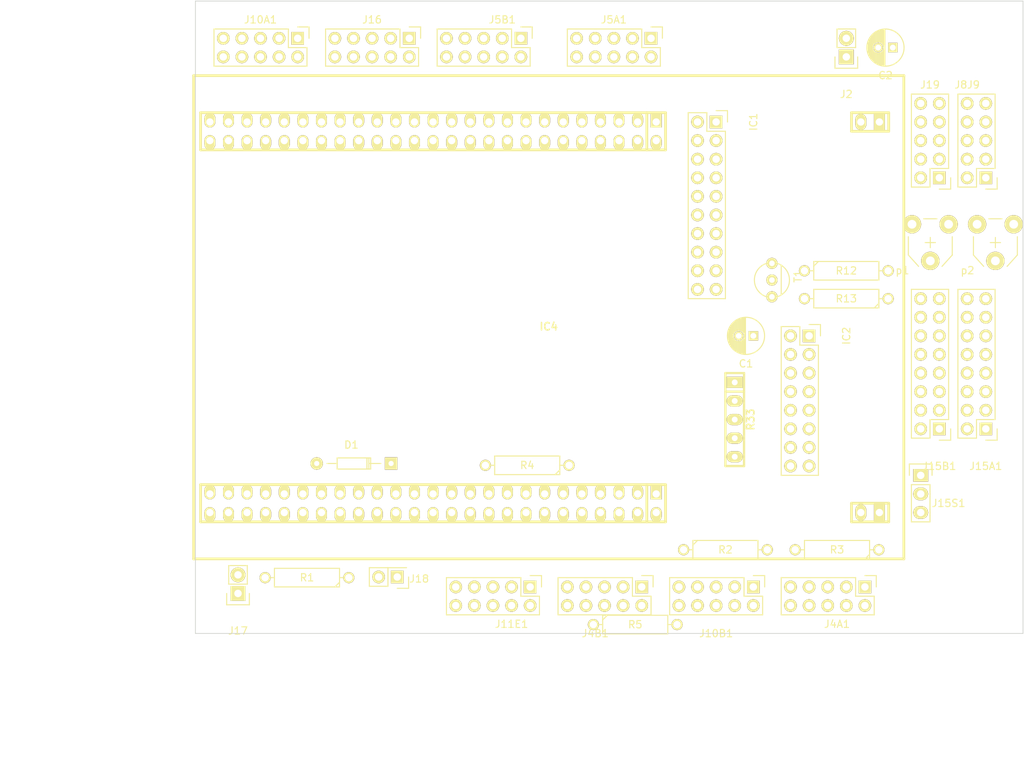
<source format=kicad_pcb>
(kicad_pcb (version 4) (host pcbnew 4.0.2-stable)

  (general
    (links 205)
    (no_connects 205)
    (area 79.5 38 220 146.25)
    (thickness 1.6)
    (drawings 6)
    (tracks 0)
    (zones 0)
    (modules 33)
    (nets 111)
  )

  (page A4)
  (layers
    (0 F.Cu signal)
    (31 B.Cu signal)
    (33 F.Adhes user)
    (35 F.Paste user)
    (37 F.SilkS user)
    (39 F.Mask user)
    (40 Dwgs.User user)
    (41 Cmts.User user)
    (42 Eco1.User user)
    (43 Eco2.User user)
    (44 Edge.Cuts user)
    (45 Margin user)
    (47 F.CrtYd user)
    (49 F.Fab user)
  )

  (setup
    (last_trace_width 0.25)
    (trace_clearance 0.2)
    (zone_clearance 0.508)
    (zone_45_only no)
    (trace_min 0.2)
    (segment_width 0.2)
    (edge_width 0.1)
    (via_size 1)
    (via_drill 0.5)
    (via_min_size 1)
    (via_min_drill 0.5)
    (uvia_size 0.3)
    (uvia_drill 0.1)
    (uvias_allowed no)
    (uvia_min_size 0.2)
    (uvia_min_drill 0.1)
    (pcb_text_width 0.3)
    (pcb_text_size 1.5 1.5)
    (mod_edge_width 0.15)
    (mod_text_size 1 1)
    (mod_text_width 0.15)
    (pad_size 1.5 1.5)
    (pad_drill 0.6)
    (pad_to_mask_clearance 0)
    (aux_axis_origin 0 0)
    (visible_elements 7FFFFFFF)
    (pcbplotparams
      (layerselection 0x00030_80000001)
      (usegerberextensions false)
      (excludeedgelayer true)
      (linewidth 0.100000)
      (plotframeref false)
      (viasonmask false)
      (mode 1)
      (useauxorigin false)
      (hpglpennumber 1)
      (hpglpenspeed 20)
      (hpglpendiameter 15)
      (hpglpenoverlay 2)
      (psnegative false)
      (psa4output false)
      (plotreference true)
      (plotvalue true)
      (plotinvisibletext false)
      (padsonsilk false)
      (subtractmaskfromsilk false)
      (outputformat 1)
      (mirror false)
      (drillshape 1)
      (scaleselection 1)
      (outputdirectory ""))
  )

  (net 0 "")
  (net 1 "Net-(C1-Pad1)")
  (net 2 GND)
  (net 3 +5V)
  (net 4 /PD0)
  (net 5 /PD1)
  (net 6 /PB8)
  (net 7 /PA15)
  (net 8 /PB3)
  (net 9 /PB5)
  (net 10 /PD10)
  (net 11 /PB12)
  (net 12 /PB13)
  (net 13 /PB15)
  (net 14 "Net-(IC1-Pad11)")
  (net 15 "Net-(IC1-Pad12)")
  (net 16 "Net-(IC1-Pad13)")
  (net 17 "Net-(IC1-Pad14)")
  (net 18 "Net-(IC1-Pad15)")
  (net 19 "Net-(IC1-Pad16)")
  (net 20 "Net-(IC1-Pad17)")
  (net 21 "Net-(IC1-Pad18)")
  (net 22 "Net-(IC2-Pad1)")
  (net 23 "Net-(IC2-Pad2)")
  (net 24 "Net-(IC2-Pad3)")
  (net 25 "Net-(IC2-Pad4)")
  (net 26 "Net-(IC2-Pad5)")
  (net 27 "Net-(IC2-Pad6)")
  (net 28 /PD7)
  (net 29 "Net-(IC2-Pad9)")
  (net 30 /PD6)
  (net 31 /PD3)
  (net 32 /PC11)
  (net 33 /PA8)
  (net 34 "Net-(IC2-Pad15)")
  (net 35 /PB10)
  (net 36 /PB11)
  (net 37 /PB6)
  (net 38 /PB9)
  (net 39 +3V3)
  (net 40 "Net-(J5A1-Pad3)")
  (net 41 /PC1)
  (net 42 /PC2)
  (net 43 /PA1)
  (net 44 /PA4)
  (net 45 "Net-(J5B1-Pad3)")
  (net 46 /PC4)
  (net 47 /PC5)
  (net 48 /PB0)
  (net 49 /PB1)
  (net 50 /PB14)
  (net 51 /PE8)
  (net 52 /PE9)
  (net 53 /PE10)
  (net 54 /PE11)
  (net 55 /PE12)
  (net 56 /PE13)
  (net 57 /PE14)
  (net 58 /PE15)
  (net 59 /PC13)
  (net 60 /PC14)
  (net 61 /PC15)
  (net 62 /PE2)
  (net 63 /PE4)
  (net 64 /PE5)
  (net 65 /PE6)
  (net 66 /PE7)
  (net 67 /PD9)
  (net 68 /PA3)
  (net 69 /PD2)
  (net 70 /PB7)
  (net 71 /PD8)
  (net 72 /PA2)
  (net 73 /PC12)
  (net 74 /PC6)
  (net 75 "Net-(J15A1-Pad2)")
  (net 76 /PC8)
  (net 77 "Net-(J15A1-Pad13)")
  (net 78 /PC9)
  (net 79 /PA6)
  (net 80 /PA7)
  (net 81 /PA5)
  (net 82 /PD11)
  (net 83 /PB2)
  (net 84 /PA9)
  (net 85 /PB4)
  (net 86 "Net-(R13-Pad1)")
  (net 87 "Net-(R13-Pad2)")
  (net 88 "Net-(IC4-Pad59)")
  (net 89 "Net-(IC4-Pad61)")
  (net 90 "Net-(IC4-Pad63)")
  (net 91 "Net-(IC4-Pad71)")
  (net 92 "Net-(IC4-Pad79)")
  (net 93 "Net-(IC4-Pad83)")
  (net 94 "Net-(IC4-Pad93)")
  (net 95 "Net-(IC4-Pad96)")
  (net 96 "Net-(IC4-Pad94)")
  (net 97 "Net-(IC4-Pad86)")
  (net 98 "Net-(IC4-Pad84)")
  (net 99 "Net-(IC4-Pad70)")
  (net 100 "Net-(IC4-Pad60)")
  (net 101 "Net-(IC4-Pad54)")
  (net 102 "Net-(IC4-Pad48)")
  (net 103 "Net-(IC4-Pad46)")
  (net 104 "Net-(IC4-Pad44)")
  (net 105 "Net-(IC4-Pad12)")
  (net 106 "Net-(IC4-Pad8)")
  (net 107 "Net-(IC4-Pad6)")
  (net 108 "Net-(IC4-Pad9)")
  (net 109 "Net-(IC4-Pad45)")
  (net 110 "Net-(IC4-Pad47)")

  (net_class Default "Ceci est la Netclass par défaut"
    (clearance 0.2)
    (trace_width 0.25)
    (via_dia 1)
    (via_drill 0.5)
    (uvia_dia 0.3)
    (uvia_drill 0.1)
    (add_net +3V3)
    (add_net +5V)
    (add_net /PA1)
    (add_net /PA15)
    (add_net /PA2)
    (add_net /PA3)
    (add_net /PA4)
    (add_net /PA5)
    (add_net /PA6)
    (add_net /PA7)
    (add_net /PA8)
    (add_net /PA9)
    (add_net /PB0)
    (add_net /PB1)
    (add_net /PB10)
    (add_net /PB11)
    (add_net /PB12)
    (add_net /PB13)
    (add_net /PB14)
    (add_net /PB15)
    (add_net /PB2)
    (add_net /PB3)
    (add_net /PB4)
    (add_net /PB5)
    (add_net /PB6)
    (add_net /PB7)
    (add_net /PB8)
    (add_net /PB9)
    (add_net /PC1)
    (add_net /PC11)
    (add_net /PC12)
    (add_net /PC13)
    (add_net /PC14)
    (add_net /PC15)
    (add_net /PC2)
    (add_net /PC4)
    (add_net /PC5)
    (add_net /PC6)
    (add_net /PC8)
    (add_net /PC9)
    (add_net /PD0)
    (add_net /PD1)
    (add_net /PD10)
    (add_net /PD11)
    (add_net /PD2)
    (add_net /PD3)
    (add_net /PD6)
    (add_net /PD7)
    (add_net /PD8)
    (add_net /PD9)
    (add_net /PE10)
    (add_net /PE11)
    (add_net /PE12)
    (add_net /PE13)
    (add_net /PE14)
    (add_net /PE15)
    (add_net /PE2)
    (add_net /PE4)
    (add_net /PE5)
    (add_net /PE6)
    (add_net /PE7)
    (add_net /PE8)
    (add_net /PE9)
    (add_net GND)
    (add_net "Net-(C1-Pad1)")
    (add_net "Net-(IC1-Pad11)")
    (add_net "Net-(IC1-Pad12)")
    (add_net "Net-(IC1-Pad13)")
    (add_net "Net-(IC1-Pad14)")
    (add_net "Net-(IC1-Pad15)")
    (add_net "Net-(IC1-Pad16)")
    (add_net "Net-(IC1-Pad17)")
    (add_net "Net-(IC1-Pad18)")
    (add_net "Net-(IC2-Pad1)")
    (add_net "Net-(IC2-Pad15)")
    (add_net "Net-(IC2-Pad2)")
    (add_net "Net-(IC2-Pad3)")
    (add_net "Net-(IC2-Pad4)")
    (add_net "Net-(IC2-Pad5)")
    (add_net "Net-(IC2-Pad6)")
    (add_net "Net-(IC2-Pad9)")
    (add_net "Net-(IC4-Pad12)")
    (add_net "Net-(IC4-Pad44)")
    (add_net "Net-(IC4-Pad45)")
    (add_net "Net-(IC4-Pad46)")
    (add_net "Net-(IC4-Pad47)")
    (add_net "Net-(IC4-Pad48)")
    (add_net "Net-(IC4-Pad54)")
    (add_net "Net-(IC4-Pad59)")
    (add_net "Net-(IC4-Pad6)")
    (add_net "Net-(IC4-Pad60)")
    (add_net "Net-(IC4-Pad61)")
    (add_net "Net-(IC4-Pad63)")
    (add_net "Net-(IC4-Pad70)")
    (add_net "Net-(IC4-Pad71)")
    (add_net "Net-(IC4-Pad79)")
    (add_net "Net-(IC4-Pad8)")
    (add_net "Net-(IC4-Pad83)")
    (add_net "Net-(IC4-Pad84)")
    (add_net "Net-(IC4-Pad86)")
    (add_net "Net-(IC4-Pad9)")
    (add_net "Net-(IC4-Pad93)")
    (add_net "Net-(IC4-Pad94)")
    (add_net "Net-(IC4-Pad96)")
    (add_net "Net-(J15A1-Pad13)")
    (add_net "Net-(J15A1-Pad2)")
    (add_net "Net-(J5A1-Pad3)")
    (add_net "Net-(J5B1-Pad3)")
    (add_net "Net-(R13-Pad1)")
    (add_net "Net-(R13-Pad2)")
  )

  (module w_conn_misc:stm32f4_discovery_header locked (layer F.Cu) (tedit 5251BA54) (tstamp 5775A5DA)
    (at 154.94 81.28)
    (descr "STM32 F4 Discovery Header")
    (tags "STM32F4 Discovery")
    (path /5773FD6F)
    (fp_text reference IC4 (at 0 1.27) (layer F.SilkS)
      (effects (font (size 1.016 1.016) (thickness 0.2032)))
    )
    (fp_text value STM32F4_Discovery_Header (at 0 -1.27) (layer F.SilkS) hide
      (effects (font (size 1.016 0.889) (thickness 0.2032)))
    )
    (fp_line (start 46.43 25.4) (end 41.35 25.4) (layer F.SilkS) (width 0.381))
    (fp_line (start 46.43 27.94) (end 46.43 25.4) (layer F.SilkS) (width 0.381))
    (fp_line (start 41.35 27.94) (end 46.43 27.94) (layer F.SilkS) (width 0.381))
    (fp_line (start 41.35 25.4) (end 41.35 27.94) (layer F.SilkS) (width 0.381))
    (fp_line (start 41.35 -27.94) (end 41.35 -25.4) (layer F.SilkS) (width 0.381))
    (fp_line (start 41.35 -25.4) (end 46.43 -25.4) (layer F.SilkS) (width 0.381))
    (fp_line (start 46.43 -25.4) (end 46.43 -27.94) (layer F.SilkS) (width 0.381))
    (fp_line (start 46.43 -27.94) (end 41.35 -27.94) (layer F.SilkS) (width 0.381))
    (fp_line (start -47.55 22.86) (end 15.95 22.86) (layer F.SilkS) (width 0.381))
    (fp_line (start 15.95 22.86) (end 15.95 27.94) (layer F.SilkS) (width 0.381))
    (fp_line (start -47.55 22.86) (end -47.55 27.94) (layer F.SilkS) (width 0.381))
    (fp_line (start -47.55 27.94) (end 15.95 27.94) (layer F.SilkS) (width 0.381))
    (fp_line (start 13.3985 22.86) (end 13.3985 27.94) (layer F.SilkS) (width 0.381))
    (fp_line (start 13.3985 -27.94) (end 13.3985 -22.86) (layer F.SilkS) (width 0.381))
    (fp_line (start -47.55 -22.86) (end 15.95 -22.86) (layer F.SilkS) (width 0.381))
    (fp_line (start 48.5 -33) (end -48.5 -33) (layer F.SilkS) (width 0.381))
    (fp_line (start -48.5 33) (end 48.5 33) (layer F.SilkS) (width 0.381))
    (fp_line (start 48.5 33) (end 48.5 -33) (layer F.SilkS) (width 0.381))
    (fp_line (start -48.5 33) (end -48.5 -33) (layer F.SilkS) (width 0.381))
    (fp_line (start -47.55 -27.94) (end -47.55 -22.86) (layer F.SilkS) (width 0.381))
    (fp_line (start 15.95 -27.94) (end 15.95 -22.86) (layer F.SilkS) (width 0.381))
    (fp_line (start -47.55 -27.94) (end 15.95 -27.94) (layer F.SilkS) (width 0.381))
    (pad 51 thru_hole rect (at 45.16 26.67) (size 1.5 2.2) (drill 1.00076) (layers *.Cu *.Mask F.SilkS)
      (net 2 GND))
    (pad 52 thru_hole oval (at 42.62 26.67) (size 1.5 2.2) (drill 1.00076) (layers *.Cu *.Mask F.SilkS)
      (net 2 GND))
    (pad 51 thru_hole oval (at -46.28 24.13) (size 1.5 2) (drill 0.99822 (offset 0 -0.25)) (layers *.Cu *.Mask F.SilkS)
      (net 2 GND))
    (pad 53 thru_hole oval (at -43.74 24.13) (size 1.5 2) (drill 0.99822 (offset 0 -0.25)) (layers *.Cu *.Mask F.SilkS)
      (net 74 /PC6))
    (pad 55 thru_hole oval (at -41.2 24.13) (size 1.5 2) (drill 0.99822 (offset 0 -0.25)) (layers *.Cu *.Mask F.SilkS)
      (net 76 /PC8))
    (pad 57 thru_hole oval (at -38.66 24.13) (size 1.5 2) (drill 0.99822 (offset 0 -0.25)) (layers *.Cu *.Mask F.SilkS)
      (net 33 /PA8))
    (pad 59 thru_hole oval (at -36.12 24.13) (size 1.5 2) (drill 0.99822 (offset 0 -0.25)) (layers *.Cu *.Mask F.SilkS)
      (net 88 "Net-(IC4-Pad59)"))
    (pad 61 thru_hole oval (at -33.58 24.13) (size 1.5 2) (drill 0.99822 (offset 0 -0.25)) (layers *.Cu *.Mask F.SilkS)
      (net 89 "Net-(IC4-Pad61)"))
    (pad 63 thru_hole oval (at -31.04 24.13) (size 1.5 2) (drill 0.99822 (offset 0 -0.25)) (layers *.Cu *.Mask F.SilkS)
      (net 90 "Net-(IC4-Pad63)"))
    (pad 65 thru_hole oval (at -28.5 24.13) (size 1.5 2) (drill 0.99822 (offset 0 -0.25)) (layers *.Cu *.Mask F.SilkS)
      (net 73 /PC12))
    (pad 67 thru_hole oval (at -25.96 24.13) (size 1.5 2) (drill 0.99822 (offset 0 -0.25)) (layers *.Cu *.Mask F.SilkS)
      (net 5 /PD1))
    (pad 69 thru_hole oval (at -23.42 24.13) (size 1.5 2) (drill 0.99822 (offset 0 -0.25)) (layers *.Cu *.Mask F.SilkS)
      (net 31 /PD3))
    (pad 71 thru_hole oval (at -20.88 24.13) (size 1.5 2) (drill 0.99822 (offset 0 -0.25)) (layers *.Cu *.Mask F.SilkS)
      (net 91 "Net-(IC4-Pad71)"))
    (pad 73 thru_hole oval (at -18.34 24.13) (size 1.5 2) (drill 0.99822 (offset 0 -0.25)) (layers *.Cu *.Mask F.SilkS)
      (net 28 /PD7))
    (pad 75 thru_hole oval (at -15.8 24.13) (size 1.5 2) (drill 0.99822 (offset 0 -0.25)) (layers *.Cu *.Mask F.SilkS)
      (net 85 /PB4))
    (pad 77 thru_hole oval (at -13.26 24.13) (size 1.5 2) (drill 0.99822 (offset 0 -0.25)) (layers *.Cu *.Mask F.SilkS)
      (net 37 /PB6))
    (pad 79 thru_hole oval (at -10.72 24.13) (size 1.5 2) (drill 0.99822 (offset 0 -0.25)) (layers *.Cu *.Mask F.SilkS)
      (net 92 "Net-(IC4-Pad79)"))
    (pad 81 thru_hole oval (at -8.18 24.13) (size 1.5 2) (drill 0.99822 (offset 0 -0.25)) (layers *.Cu *.Mask F.SilkS)
      (net 6 /PB8))
    (pad 83 thru_hole oval (at -5.64 24.13) (size 1.5 2) (drill 0.99822 (offset 0 -0.25)) (layers *.Cu *.Mask F.SilkS)
      (net 93 "Net-(IC4-Pad83)"))
    (pad 85 thru_hole oval (at -3.1 24.13) (size 1.5 2) (drill 0.99822 (offset 0 -0.25)) (layers *.Cu *.Mask F.SilkS)
      (net 62 /PE2))
    (pad 87 thru_hole oval (at -0.56 24.13) (size 1.5 2) (drill 0.99822 (offset 0 -0.25)) (layers *.Cu *.Mask F.SilkS)
      (net 63 /PE4))
    (pad 89 thru_hole oval (at 1.98 24.13) (size 1.5 2) (drill 0.99822 (offset 0 -0.25)) (layers *.Cu *.Mask F.SilkS)
      (net 65 /PE6))
    (pad 91 thru_hole oval (at 4.52 24.13) (size 1.5 2) (drill 0.99822 (offset 0 -0.25)) (layers *.Cu *.Mask F.SilkS)
      (net 60 /PC14))
    (pad 93 thru_hole oval (at 7.06 24.13) (size 1.5 2) (drill 0.99822 (offset 0 -0.25)) (layers *.Cu *.Mask F.SilkS)
      (net 94 "Net-(IC4-Pad93)"))
    (pad 95 thru_hole oval (at 9.6 24.13) (size 1.5 2) (drill 0.99822 (offset 0 -0.25)) (layers *.Cu *.Mask F.SilkS)
      (net 39 +3V3))
    (pad 97 thru_hole oval (at 12.14 24.13) (size 1.5 2) (drill 0.99822 (offset 0 -0.25)) (layers *.Cu *.Mask F.SilkS)
      (net 3 +5V))
    (pad 99 thru_hole rect (at 14.68 24.13) (size 1.5 2) (drill 1.00076 (offset 0 -0.25)) (layers *.Cu *.Mask F.SilkS)
      (net 2 GND))
    (pad 100 thru_hole oval (at 14.68 26.67) (size 1.5 2) (drill 1.00076 (offset 0 0.25)) (layers *.Cu *.Mask F.SilkS)
      (net 2 GND))
    (pad 98 thru_hole oval (at 12.14 26.67) (size 1.5 2) (drill 1.00076 (offset 0 0.25)) (layers *.Cu *.Mask F.SilkS)
      (net 3 +5V))
    (pad 96 thru_hole oval (at 9.6 26.67) (size 1.5 2) (drill 1.00076 (offset 0 0.25)) (layers *.Cu *.Mask F.SilkS)
      (net 95 "Net-(IC4-Pad96)"))
    (pad 94 thru_hole oval (at 7.06 26.67) (size 1.5 2) (drill 1.00076 (offset 0 0.25)) (layers *.Cu *.Mask F.SilkS)
      (net 96 "Net-(IC4-Pad94)"))
    (pad 92 thru_hole oval (at 4.52 26.67) (size 1.5 2) (drill 1.00076 (offset 0 0.25)) (layers *.Cu *.Mask F.SilkS)
      (net 61 /PC15))
    (pad 90 thru_hole oval (at 1.98 26.67) (size 1.5 2) (drill 1.00076 (offset 0 0.25)) (layers *.Cu *.Mask F.SilkS)
      (net 59 /PC13))
    (pad 88 thru_hole oval (at -0.56 26.67) (size 1.5 2) (drill 1.00076 (offset 0 0.25)) (layers *.Cu *.Mask F.SilkS)
      (net 64 /PE5))
    (pad 86 thru_hole oval (at -3.1 26.67) (size 1.5 2) (drill 1.00076 (offset 0 0.25)) (layers *.Cu *.Mask F.SilkS)
      (net 97 "Net-(IC4-Pad86)"))
    (pad 84 thru_hole oval (at -5.64 26.67) (size 1.5 2) (drill 1.00076 (offset 0 0.25)) (layers *.Cu *.Mask F.SilkS)
      (net 98 "Net-(IC4-Pad84)"))
    (pad 82 thru_hole oval (at -8.18 26.67) (size 1.5 2) (drill 1.00076 (offset 0 0.25)) (layers *.Cu *.Mask F.SilkS)
      (net 38 /PB9))
    (pad 80 thru_hole oval (at -10.72 26.67) (size 1.5 2) (drill 1.00076 (offset 0 0.25)) (layers *.Cu *.Mask F.SilkS)
      (net 39 +3V3))
    (pad 78 thru_hole oval (at -13.26 26.67) (size 1.5 2) (drill 1.00076 (offset 0 0.25)) (layers *.Cu *.Mask F.SilkS)
      (net 70 /PB7))
    (pad 76 thru_hole oval (at -15.8 26.67) (size 1.5 2) (drill 1.00076 (offset 0 0.25)) (layers *.Cu *.Mask F.SilkS)
      (net 9 /PB5))
    (pad 74 thru_hole oval (at -18.34 26.67) (size 1.5 2) (drill 1.00076 (offset 0 0.25)) (layers *.Cu *.Mask F.SilkS)
      (net 8 /PB3))
    (pad 72 thru_hole oval (at -20.88 26.67) (size 1.5 2) (drill 1.00076 (offset 0 0.25)) (layers *.Cu *.Mask F.SilkS)
      (net 30 /PD6))
    (pad 70 thru_hole oval (at -23.42 26.67) (size 1.5 2) (drill 1.00076 (offset 0 0.25)) (layers *.Cu *.Mask F.SilkS)
      (net 99 "Net-(IC4-Pad70)"))
    (pad 68 thru_hole oval (at -25.96 26.67) (size 1.5 2) (drill 1.00076 (offset 0 0.25)) (layers *.Cu *.Mask F.SilkS)
      (net 69 /PD2))
    (pad 66 thru_hole oval (at -28.5 26.67) (size 1.5 2) (drill 1.00076 (offset 0 0.25)) (layers *.Cu *.Mask F.SilkS)
      (net 4 /PD0))
    (pad 64 thru_hole oval (at -31.04 26.67) (size 1.5 2) (drill 1.00076 (offset 0 0.25)) (layers *.Cu *.Mask F.SilkS)
      (net 32 /PC11))
    (pad 62 thru_hole oval (at -33.58 26.67) (size 1.5 2) (drill 1.00076 (offset 0 0.25)) (layers *.Cu *.Mask F.SilkS)
      (net 7 /PA15))
    (pad 60 thru_hole oval (at -36.12 26.67) (size 1.5 2) (drill 1.00076 (offset 0 0.25)) (layers *.Cu *.Mask F.SilkS)
      (net 100 "Net-(IC4-Pad60)"))
    (pad 58 thru_hole oval (at -38.66 26.67) (size 1.5 2) (drill 1.00076 (offset 0 0.25)) (layers *.Cu *.Mask F.SilkS)
      (net 84 /PA9))
    (pad 56 thru_hole oval (at -41.2 26.67) (size 1.5 2) (drill 1.00076 (offset 0 0.25)) (layers *.Cu *.Mask F.SilkS)
      (net 78 /PC9))
    (pad 54 thru_hole oval (at -43.74 26.67) (size 1.5 2) (drill 1.00076 (offset 0 0.25)) (layers *.Cu *.Mask F.SilkS)
      (net 101 "Net-(IC4-Pad54)"))
    (pad 52 thru_hole oval (at -46.28 26.67) (size 1.5 2) (drill 1.00076 (offset 0 0.25)) (layers *.Cu *.Mask F.SilkS)
      (net 2 GND))
    (pad 50 thru_hole oval (at -46.28 -24.13) (size 1.5 2) (drill 1.00076 (offset 0 0.25)) (layers *.Cu *.Mask F.SilkS)
      (net 2 GND))
    (pad 48 thru_hole oval (at -43.74 -24.13) (size 1.5 2) (drill 1.00076 (offset 0 0.25)) (layers *.Cu *.Mask F.SilkS)
      (net 102 "Net-(IC4-Pad48)"))
    (pad 46 thru_hole oval (at -41.2 -24.13) (size 1.5 2) (drill 1.00076 (offset 0 0.25)) (layers *.Cu *.Mask F.SilkS)
      (net 103 "Net-(IC4-Pad46)"))
    (pad 44 thru_hole oval (at -38.66 -24.13) (size 1.5 2) (drill 1.00076 (offset 0 0.25)) (layers *.Cu *.Mask F.SilkS)
      (net 104 "Net-(IC4-Pad44)"))
    (pad 42 thru_hole oval (at -36.12 -24.13) (size 1.5 2) (drill 1.00076 (offset 0 0.25)) (layers *.Cu *.Mask F.SilkS)
      (net 10 /PD10))
    (pad 40 thru_hole oval (at -33.58 -24.13) (size 1.5 2) (drill 1.00076 (offset 0 0.25)) (layers *.Cu *.Mask F.SilkS)
      (net 71 /PD8))
    (pad 38 thru_hole oval (at -31.04 -24.13) (size 1.5 2) (drill 1.00076 (offset 0 0.25)) (layers *.Cu *.Mask F.SilkS)
      (net 50 /PB14))
    (pad 36 thru_hole oval (at -28.5 -24.13) (size 1.5 2) (drill 1.00076 (offset 0 0.25)) (layers *.Cu *.Mask F.SilkS)
      (net 11 /PB12))
    (pad 34 thru_hole oval (at -25.96 -24.13) (size 1.5 2) (drill 1.00076 (offset 0 0.25)) (layers *.Cu *.Mask F.SilkS)
      (net 35 /PB10))
    (pad 32 thru_hole oval (at -23.42 -24.13) (size 1.5 2) (drill 1.00076 (offset 0 0.25)) (layers *.Cu *.Mask F.SilkS)
      (net 57 /PE14))
    (pad 30 thru_hole oval (at -20.88 -24.13) (size 1.5 2) (drill 1.00076 (offset 0 0.25)) (layers *.Cu *.Mask F.SilkS)
      (net 55 /PE12))
    (pad 28 thru_hole oval (at -18.34 -24.13) (size 1.5 2) (drill 1.00076 (offset 0 0.25)) (layers *.Cu *.Mask F.SilkS)
      (net 53 /PE10))
    (pad 26 thru_hole oval (at -15.8 -24.13) (size 1.5 2) (drill 1.00076 (offset 0 0.25)) (layers *.Cu *.Mask F.SilkS)
      (net 51 /PE8))
    (pad 24 thru_hole oval (at -13.26 -24.13) (size 1.5 2) (drill 1.00076 (offset 0 0.25)) (layers *.Cu *.Mask F.SilkS)
      (net 83 /PB2))
    (pad 22 thru_hole oval (at -10.72 -24.13) (size 1.5 2) (drill 1.00076 (offset 0 0.25)) (layers *.Cu *.Mask F.SilkS)
      (net 48 /PB0))
    (pad 20 thru_hole oval (at -8.18 -24.13) (size 1.5 2) (drill 1.00076 (offset 0 0.25)) (layers *.Cu *.Mask F.SilkS)
      (net 46 /PC4))
    (pad 18 thru_hole oval (at -5.64 -24.13) (size 1.5 2) (drill 1.00076 (offset 0 0.25)) (layers *.Cu *.Mask F.SilkS)
      (net 79 /PA6))
    (pad 16 thru_hole oval (at -3.1 -24.13) (size 1.5 2) (drill 1.00076 (offset 0 0.25)) (layers *.Cu *.Mask F.SilkS)
      (net 44 /PA4))
    (pad 14 thru_hole oval (at -0.56 -24.13) (size 1.5 2) (drill 1.00076 (offset 0 0.25)) (layers *.Cu *.Mask F.SilkS)
      (net 72 /PA2))
    (pad 12 thru_hole oval (at 1.98 -24.13) (size 1.5 2) (drill 1.00076 (offset 0 0.25)) (layers *.Cu *.Mask F.SilkS)
      (net 105 "Net-(IC4-Pad12)"))
    (pad 10 thru_hole oval (at 4.52 -24.13) (size 1.5 2) (drill 1.00076 (offset 0 0.25)) (layers *.Cu *.Mask F.SilkS)
      (net 42 /PC2))
    (pad 8 thru_hole oval (at 7.06 -24.13) (size 1.5 2) (drill 1.00076 (offset 0 0.25)) (layers *.Cu *.Mask F.SilkS)
      (net 106 "Net-(IC4-Pad8)"))
    (pad 6 thru_hole oval (at 9.6 -24.13) (size 1.5 2) (drill 1.00076 (offset 0 0.25)) (layers *.Cu *.Mask F.SilkS)
      (net 107 "Net-(IC4-Pad6)"))
    (pad 4 thru_hole oval (at 12.14 -24.13) (size 1.5 2) (drill 1.00076 (offset 0 0.25)) (layers *.Cu *.Mask F.SilkS)
      (net 39 +3V3))
    (pad 2 thru_hole oval (at 14.68 -24.13) (size 1.5 2) (drill 1.00076 (offset 0 0.25)) (layers *.Cu *.Mask F.SilkS)
      (net 2 GND))
    (pad 1 thru_hole rect (at 14.68 -26.67) (size 1.5 2) (drill 1.00076 (offset 0 -0.25)) (layers *.Cu *.Mask F.SilkS)
      (net 2 GND))
    (pad 3 thru_hole oval (at 12.14 -26.67) (size 1.5 2) (drill 0.99822 (offset 0 -0.25)) (layers *.Cu *.Mask F.SilkS)
      (net 39 +3V3))
    (pad 5 thru_hole oval (at 9.6 -26.67) (size 1.5 2) (drill 0.99822 (offset 0 -0.25)) (layers *.Cu *.Mask F.SilkS)
      (net 2 GND))
    (pad 7 thru_hole oval (at 7.06 -26.67) (size 1.5 2) (drill 0.99822 (offset 0 -0.25)) (layers *.Cu *.Mask F.SilkS)
      (net 41 /PC1))
    (pad 9 thru_hole oval (at 4.52 -26.67) (size 1.5 2) (drill 0.99822 (offset 0 -0.25)) (layers *.Cu *.Mask F.SilkS)
      (net 108 "Net-(IC4-Pad9)"))
    (pad 11 thru_hole oval (at 1.98 -26.67) (size 1.5 2) (drill 0.99822 (offset 0 -0.25)) (layers *.Cu *.Mask F.SilkS)
      (net 43 /PA1))
    (pad 13 thru_hole oval (at -0.56 -26.67) (size 1.5 2) (drill 0.99822 (offset 0 -0.25)) (layers *.Cu *.Mask F.SilkS)
      (net 68 /PA3))
    (pad 15 thru_hole oval (at -3.1 -26.67) (size 1.5 2) (drill 0.99822 (offset 0 -0.25)) (layers *.Cu *.Mask F.SilkS)
      (net 81 /PA5))
    (pad 17 thru_hole oval (at -5.64 -26.67) (size 1.5 2) (drill 0.99822 (offset 0 -0.25)) (layers *.Cu *.Mask F.SilkS)
      (net 80 /PA7))
    (pad 19 thru_hole oval (at -8.18 -26.67) (size 1.5 2) (drill 0.99822 (offset 0 -0.25)) (layers *.Cu *.Mask F.SilkS)
      (net 47 /PC5))
    (pad 21 thru_hole oval (at -10.72 -26.67) (size 1.5 2) (drill 0.99822 (offset 0 -0.25)) (layers *.Cu *.Mask F.SilkS)
      (net 49 /PB1))
    (pad 23 thru_hole oval (at -13.26 -26.67) (size 1.5 2) (drill 0.99822 (offset 0 -0.25)) (layers *.Cu *.Mask F.SilkS)
      (net 2 GND))
    (pad 25 thru_hole oval (at -15.8 -26.67) (size 1.5 2) (drill 0.99822 (offset 0 -0.25)) (layers *.Cu *.Mask F.SilkS)
      (net 66 /PE7))
    (pad 27 thru_hole oval (at -18.34 -26.67) (size 1.5 2) (drill 0.99822 (offset 0 -0.25)) (layers *.Cu *.Mask F.SilkS)
      (net 52 /PE9))
    (pad 29 thru_hole oval (at -20.88 -26.67) (size 1.5 2) (drill 0.99822 (offset 0 -0.25)) (layers *.Cu *.Mask F.SilkS)
      (net 54 /PE11))
    (pad 31 thru_hole oval (at -23.42 -26.67) (size 1.5 2) (drill 0.99822 (offset 0 -0.25)) (layers *.Cu *.Mask F.SilkS)
      (net 56 /PE13))
    (pad 33 thru_hole oval (at -25.96 -26.67) (size 1.5 2) (drill 0.99822 (offset 0 -0.25)) (layers *.Cu *.Mask F.SilkS)
      (net 58 /PE15))
    (pad 35 thru_hole oval (at -28.5 -26.67) (size 1.5 2) (drill 0.99822 (offset 0 -0.25)) (layers *.Cu *.Mask F.SilkS)
      (net 36 /PB11))
    (pad 37 thru_hole oval (at -31.04 -26.67) (size 1.5 2) (drill 0.99822 (offset 0 -0.25)) (layers *.Cu *.Mask F.SilkS)
      (net 12 /PB13))
    (pad 39 thru_hole oval (at -33.58 -26.67) (size 1.5 2) (drill 0.99822 (offset 0 -0.25)) (layers *.Cu *.Mask F.SilkS)
      (net 13 /PB15))
    (pad 41 thru_hole oval (at -36.12 -26.67) (size 1.5 2) (drill 0.99822 (offset 0 -0.25)) (layers *.Cu *.Mask F.SilkS)
      (net 67 /PD9))
    (pad 43 thru_hole oval (at -38.66 -26.67) (size 1.5 2) (drill 0.99822 (offset 0 -0.25)) (layers *.Cu *.Mask F.SilkS)
      (net 82 /PD11))
    (pad 45 thru_hole oval (at -41.2 -26.67) (size 1.5 2) (drill 0.99822 (offset 0 -0.25)) (layers *.Cu *.Mask F.SilkS)
      (net 109 "Net-(IC4-Pad45)"))
    (pad 47 thru_hole oval (at -43.74 -26.67) (size 1.5 2) (drill 0.99822 (offset 0 -0.25)) (layers *.Cu *.Mask F.SilkS)
      (net 110 "Net-(IC4-Pad47)"))
    (pad 49 thru_hole oval (at -46.28 -26.67) (size 1.5 2) (drill 0.99822 (offset 0 -0.25)) (layers *.Cu *.Mask F.SilkS)
      (net 2 GND))
    (pad 50 thru_hole oval (at 42.62 -26.67) (size 1.5 2.2) (drill 1.00076) (layers *.Cu *.Mask F.SilkS)
      (net 2 GND))
    (pad 49 thru_hole rect (at 45.16 -26.67) (size 1.5 2.2) (drill 1.00076) (layers *.Cu *.Mask F.SilkS)
      (net 2 GND))
    (model walter/conn_misc/stm32f4_discovery_header.wrl
      (at (xyz 0 0 0))
      (scale (xyz 1 1 1))
      (rotate (xyz 0 0 0))
    )
  )

  (module Capacitors_ThroughHole:C_Radial_D5_L11_P2 placed (layer F.Cu) (tedit 0) (tstamp 5775962E)
    (at 182.88 83.82 180)
    (descr "Radial Electrolytic Capacitor 5mm x Length 11mm, Pitch 2mm")
    (tags "Electrolytic Capacitor")
    (path /57742986)
    (fp_text reference C1 (at 1 -3.8 180) (layer F.SilkS)
      (effects (font (size 1 1) (thickness 0.15)))
    )
    (fp_text value C (at 1 3.8 180) (layer F.Fab)
      (effects (font (size 1 1) (thickness 0.15)))
    )
    (fp_line (start 1.075 -2.499) (end 1.075 2.499) (layer F.SilkS) (width 0.15))
    (fp_line (start 1.215 -2.491) (end 1.215 -0.154) (layer F.SilkS) (width 0.15))
    (fp_line (start 1.215 0.154) (end 1.215 2.491) (layer F.SilkS) (width 0.15))
    (fp_line (start 1.355 -2.475) (end 1.355 -0.473) (layer F.SilkS) (width 0.15))
    (fp_line (start 1.355 0.473) (end 1.355 2.475) (layer F.SilkS) (width 0.15))
    (fp_line (start 1.495 -2.451) (end 1.495 -0.62) (layer F.SilkS) (width 0.15))
    (fp_line (start 1.495 0.62) (end 1.495 2.451) (layer F.SilkS) (width 0.15))
    (fp_line (start 1.635 -2.418) (end 1.635 -0.712) (layer F.SilkS) (width 0.15))
    (fp_line (start 1.635 0.712) (end 1.635 2.418) (layer F.SilkS) (width 0.15))
    (fp_line (start 1.775 -2.377) (end 1.775 -0.768) (layer F.SilkS) (width 0.15))
    (fp_line (start 1.775 0.768) (end 1.775 2.377) (layer F.SilkS) (width 0.15))
    (fp_line (start 1.915 -2.327) (end 1.915 -0.795) (layer F.SilkS) (width 0.15))
    (fp_line (start 1.915 0.795) (end 1.915 2.327) (layer F.SilkS) (width 0.15))
    (fp_line (start 2.055 -2.266) (end 2.055 -0.798) (layer F.SilkS) (width 0.15))
    (fp_line (start 2.055 0.798) (end 2.055 2.266) (layer F.SilkS) (width 0.15))
    (fp_line (start 2.195 -2.196) (end 2.195 -0.776) (layer F.SilkS) (width 0.15))
    (fp_line (start 2.195 0.776) (end 2.195 2.196) (layer F.SilkS) (width 0.15))
    (fp_line (start 2.335 -2.114) (end 2.335 -0.726) (layer F.SilkS) (width 0.15))
    (fp_line (start 2.335 0.726) (end 2.335 2.114) (layer F.SilkS) (width 0.15))
    (fp_line (start 2.475 -2.019) (end 2.475 -0.644) (layer F.SilkS) (width 0.15))
    (fp_line (start 2.475 0.644) (end 2.475 2.019) (layer F.SilkS) (width 0.15))
    (fp_line (start 2.615 -1.908) (end 2.615 -0.512) (layer F.SilkS) (width 0.15))
    (fp_line (start 2.615 0.512) (end 2.615 1.908) (layer F.SilkS) (width 0.15))
    (fp_line (start 2.755 -1.78) (end 2.755 -0.265) (layer F.SilkS) (width 0.15))
    (fp_line (start 2.755 0.265) (end 2.755 1.78) (layer F.SilkS) (width 0.15))
    (fp_line (start 2.895 -1.631) (end 2.895 1.631) (layer F.SilkS) (width 0.15))
    (fp_line (start 3.035 -1.452) (end 3.035 1.452) (layer F.SilkS) (width 0.15))
    (fp_line (start 3.175 -1.233) (end 3.175 1.233) (layer F.SilkS) (width 0.15))
    (fp_line (start 3.315 -0.944) (end 3.315 0.944) (layer F.SilkS) (width 0.15))
    (fp_line (start 3.455 -0.472) (end 3.455 0.472) (layer F.SilkS) (width 0.15))
    (fp_circle (center 2 0) (end 2 -0.8) (layer F.SilkS) (width 0.15))
    (fp_circle (center 1 0) (end 1 -2.5375) (layer F.SilkS) (width 0.15))
    (fp_circle (center 1 0) (end 1 -2.8) (layer F.CrtYd) (width 0.05))
    (pad 1 thru_hole rect (at 0 0 180) (size 1.3 1.3) (drill 0.8) (layers *.Cu *.Mask F.SilkS)
      (net 1 "Net-(C1-Pad1)"))
    (pad 2 thru_hole circle (at 2 0 180) (size 1.3 1.3) (drill 0.8) (layers *.Cu *.Mask F.SilkS)
      (net 2 GND))
    (model Capacitors_ThroughHole.3dshapes/C_Radial_D5_L11_P2.wrl
      (at (xyz 0 0 0))
      (scale (xyz 1 1 1))
      (rotate (xyz 0 0 0))
    )
  )

  (module Capacitors_ThroughHole:C_Radial_D5_L11_P2 placed (layer F.Cu) (tedit 0) (tstamp 57759634)
    (at 201.93 44.45 180)
    (descr "Radial Electrolytic Capacitor 5mm x Length 11mm, Pitch 2mm")
    (tags "Electrolytic Capacitor")
    (path /577554A2)
    (fp_text reference C2 (at 1 -3.8 180) (layer F.SilkS)
      (effects (font (size 1 1) (thickness 0.15)))
    )
    (fp_text value C (at 1 3.8 180) (layer F.Fab)
      (effects (font (size 1 1) (thickness 0.15)))
    )
    (fp_line (start 1.075 -2.499) (end 1.075 2.499) (layer F.SilkS) (width 0.15))
    (fp_line (start 1.215 -2.491) (end 1.215 -0.154) (layer F.SilkS) (width 0.15))
    (fp_line (start 1.215 0.154) (end 1.215 2.491) (layer F.SilkS) (width 0.15))
    (fp_line (start 1.355 -2.475) (end 1.355 -0.473) (layer F.SilkS) (width 0.15))
    (fp_line (start 1.355 0.473) (end 1.355 2.475) (layer F.SilkS) (width 0.15))
    (fp_line (start 1.495 -2.451) (end 1.495 -0.62) (layer F.SilkS) (width 0.15))
    (fp_line (start 1.495 0.62) (end 1.495 2.451) (layer F.SilkS) (width 0.15))
    (fp_line (start 1.635 -2.418) (end 1.635 -0.712) (layer F.SilkS) (width 0.15))
    (fp_line (start 1.635 0.712) (end 1.635 2.418) (layer F.SilkS) (width 0.15))
    (fp_line (start 1.775 -2.377) (end 1.775 -0.768) (layer F.SilkS) (width 0.15))
    (fp_line (start 1.775 0.768) (end 1.775 2.377) (layer F.SilkS) (width 0.15))
    (fp_line (start 1.915 -2.327) (end 1.915 -0.795) (layer F.SilkS) (width 0.15))
    (fp_line (start 1.915 0.795) (end 1.915 2.327) (layer F.SilkS) (width 0.15))
    (fp_line (start 2.055 -2.266) (end 2.055 -0.798) (layer F.SilkS) (width 0.15))
    (fp_line (start 2.055 0.798) (end 2.055 2.266) (layer F.SilkS) (width 0.15))
    (fp_line (start 2.195 -2.196) (end 2.195 -0.776) (layer F.SilkS) (width 0.15))
    (fp_line (start 2.195 0.776) (end 2.195 2.196) (layer F.SilkS) (width 0.15))
    (fp_line (start 2.335 -2.114) (end 2.335 -0.726) (layer F.SilkS) (width 0.15))
    (fp_line (start 2.335 0.726) (end 2.335 2.114) (layer F.SilkS) (width 0.15))
    (fp_line (start 2.475 -2.019) (end 2.475 -0.644) (layer F.SilkS) (width 0.15))
    (fp_line (start 2.475 0.644) (end 2.475 2.019) (layer F.SilkS) (width 0.15))
    (fp_line (start 2.615 -1.908) (end 2.615 -0.512) (layer F.SilkS) (width 0.15))
    (fp_line (start 2.615 0.512) (end 2.615 1.908) (layer F.SilkS) (width 0.15))
    (fp_line (start 2.755 -1.78) (end 2.755 -0.265) (layer F.SilkS) (width 0.15))
    (fp_line (start 2.755 0.265) (end 2.755 1.78) (layer F.SilkS) (width 0.15))
    (fp_line (start 2.895 -1.631) (end 2.895 1.631) (layer F.SilkS) (width 0.15))
    (fp_line (start 3.035 -1.452) (end 3.035 1.452) (layer F.SilkS) (width 0.15))
    (fp_line (start 3.175 -1.233) (end 3.175 1.233) (layer F.SilkS) (width 0.15))
    (fp_line (start 3.315 -0.944) (end 3.315 0.944) (layer F.SilkS) (width 0.15))
    (fp_line (start 3.455 -0.472) (end 3.455 0.472) (layer F.SilkS) (width 0.15))
    (fp_circle (center 2 0) (end 2 -0.8) (layer F.SilkS) (width 0.15))
    (fp_circle (center 1 0) (end 1 -2.5375) (layer F.SilkS) (width 0.15))
    (fp_circle (center 1 0) (end 1 -2.8) (layer F.CrtYd) (width 0.05))
    (pad 1 thru_hole rect (at 0 0 180) (size 1.3 1.3) (drill 0.8) (layers *.Cu *.Mask F.SilkS)
      (net 2 GND))
    (pad 2 thru_hole circle (at 2 0 180) (size 1.3 1.3) (drill 0.8) (layers *.Cu *.Mask F.SilkS)
      (net 3 +5V))
    (model Capacitors_ThroughHole.3dshapes/C_Radial_D5_L11_P2.wrl
      (at (xyz 0 0 0))
      (scale (xyz 1 1 1))
      (rotate (xyz 0 0 0))
    )
  )

  (module Diodes_ThroughHole:Diode_DO-35_SOD27_Horizontal_RM10 placed (layer F.Cu) (tedit 552FFC30) (tstamp 5775963A)
    (at 133.41052 101.24746 180)
    (descr "Diode, DO-35,  SOD27, Horizontal, RM 10mm")
    (tags "Diode, DO-35, SOD27, Horizontal, RM 10mm, 1N4148,")
    (path /5774F5F8)
    (fp_text reference D1 (at 5.43052 2.53746 180) (layer F.SilkS)
      (effects (font (size 1 1) (thickness 0.15)))
    )
    (fp_text value D (at 4.41452 -3.55854 180) (layer F.Fab)
      (effects (font (size 1 1) (thickness 0.15)))
    )
    (fp_line (start 7.36652 -0.00254) (end 8.76352 -0.00254) (layer F.SilkS) (width 0.15))
    (fp_line (start 2.92152 -0.00254) (end 1.39752 -0.00254) (layer F.SilkS) (width 0.15))
    (fp_line (start 3.30252 -0.76454) (end 3.30252 0.75946) (layer F.SilkS) (width 0.15))
    (fp_line (start 3.04852 -0.76454) (end 3.04852 0.75946) (layer F.SilkS) (width 0.15))
    (fp_line (start 2.79452 -0.00254) (end 2.79452 0.75946) (layer F.SilkS) (width 0.15))
    (fp_line (start 2.79452 0.75946) (end 7.36652 0.75946) (layer F.SilkS) (width 0.15))
    (fp_line (start 7.36652 0.75946) (end 7.36652 -0.76454) (layer F.SilkS) (width 0.15))
    (fp_line (start 7.36652 -0.76454) (end 2.79452 -0.76454) (layer F.SilkS) (width 0.15))
    (fp_line (start 2.79452 -0.76454) (end 2.79452 -0.00254) (layer F.SilkS) (width 0.15))
    (pad 2 thru_hole circle (at 10.16052 -0.00254) (size 1.69926 1.69926) (drill 0.70104) (layers *.Cu *.Mask F.SilkS)
      (net 4 /PD0))
    (pad 1 thru_hole rect (at 0.00052 -0.00254) (size 1.69926 1.69926) (drill 0.70104) (layers *.Cu *.Mask F.SilkS)
      (net 5 /PD1))
    (model Diodes_ThroughHole.3dshapes/Diode_DO-35_SOD27_Horizontal_RM10.wrl
      (at (xyz 0.2 0 0))
      (scale (xyz 0.4 0.4 0.4))
      (rotate (xyz 0 0 180))
    )
  )

  (module Socket_Strips:Socket_Strip_Straight_2x10 placed (layer F.Cu) (tedit 0) (tstamp 57759652)
    (at 177.8 54.61 270)
    (descr "Through hole socket strip")
    (tags "socket strip")
    (path /5773F62A)
    (fp_text reference IC1 (at 0 -5.1 270) (layer F.SilkS)
      (effects (font (size 1 1) (thickness 0.15)))
    )
    (fp_text value 74HCT541_PWR (at 0 -3.1 270) (layer F.Fab)
      (effects (font (size 1 1) (thickness 0.15)))
    )
    (fp_line (start -1.75 -1.75) (end -1.75 4.3) (layer F.CrtYd) (width 0.05))
    (fp_line (start 24.65 -1.75) (end 24.65 4.3) (layer F.CrtYd) (width 0.05))
    (fp_line (start -1.75 -1.75) (end 24.65 -1.75) (layer F.CrtYd) (width 0.05))
    (fp_line (start -1.75 4.3) (end 24.65 4.3) (layer F.CrtYd) (width 0.05))
    (fp_line (start 24.13 3.81) (end -1.27 3.81) (layer F.SilkS) (width 0.15))
    (fp_line (start 1.27 -1.27) (end 24.13 -1.27) (layer F.SilkS) (width 0.15))
    (fp_line (start 24.13 3.81) (end 24.13 -1.27) (layer F.SilkS) (width 0.15))
    (fp_line (start -1.27 3.81) (end -1.27 1.27) (layer F.SilkS) (width 0.15))
    (fp_line (start 0 -1.55) (end -1.55 -1.55) (layer F.SilkS) (width 0.15))
    (fp_line (start -1.27 1.27) (end 1.27 1.27) (layer F.SilkS) (width 0.15))
    (fp_line (start 1.27 1.27) (end 1.27 -1.27) (layer F.SilkS) (width 0.15))
    (fp_line (start -1.55 -1.55) (end -1.55 0) (layer F.SilkS) (width 0.15))
    (pad 1 thru_hole rect (at 0 0 270) (size 1.7272 1.7272) (drill 1.016) (layers *.Cu *.Mask F.SilkS)
      (net 2 GND))
    (pad 2 thru_hole oval (at 0 2.54 270) (size 1.7272 1.7272) (drill 1.016) (layers *.Cu *.Mask F.SilkS)
      (net 6 /PB8))
    (pad 3 thru_hole oval (at 2.54 0 270) (size 1.7272 1.7272) (drill 1.016) (layers *.Cu *.Mask F.SilkS)
      (net 7 /PA15))
    (pad 4 thru_hole oval (at 2.54 2.54 270) (size 1.7272 1.7272) (drill 1.016) (layers *.Cu *.Mask F.SilkS)
      (net 8 /PB3))
    (pad 5 thru_hole oval (at 5.08 0 270) (size 1.7272 1.7272) (drill 1.016) (layers *.Cu *.Mask F.SilkS)
      (net 9 /PB5))
    (pad 6 thru_hole oval (at 5.08 2.54 270) (size 1.7272 1.7272) (drill 1.016) (layers *.Cu *.Mask F.SilkS)
      (net 10 /PD10))
    (pad 7 thru_hole oval (at 7.62 0 270) (size 1.7272 1.7272) (drill 1.016) (layers *.Cu *.Mask F.SilkS)
      (net 11 /PB12))
    (pad 8 thru_hole oval (at 7.62 2.54 270) (size 1.7272 1.7272) (drill 1.016) (layers *.Cu *.Mask F.SilkS)
      (net 12 /PB13))
    (pad 9 thru_hole oval (at 10.16 0 270) (size 1.7272 1.7272) (drill 1.016) (layers *.Cu *.Mask F.SilkS)
      (net 13 /PB15))
    (pad 10 thru_hole oval (at 10.16 2.54 270) (size 1.7272 1.7272) (drill 1.016) (layers *.Cu *.Mask F.SilkS)
      (net 2 GND))
    (pad 11 thru_hole oval (at 12.7 0 270) (size 1.7272 1.7272) (drill 1.016) (layers *.Cu *.Mask F.SilkS)
      (net 14 "Net-(IC1-Pad11)"))
    (pad 12 thru_hole oval (at 12.7 2.54 270) (size 1.7272 1.7272) (drill 1.016) (layers *.Cu *.Mask F.SilkS)
      (net 15 "Net-(IC1-Pad12)"))
    (pad 13 thru_hole oval (at 15.24 0 270) (size 1.7272 1.7272) (drill 1.016) (layers *.Cu *.Mask F.SilkS)
      (net 16 "Net-(IC1-Pad13)"))
    (pad 14 thru_hole oval (at 15.24 2.54 270) (size 1.7272 1.7272) (drill 1.016) (layers *.Cu *.Mask F.SilkS)
      (net 17 "Net-(IC1-Pad14)"))
    (pad 15 thru_hole oval (at 17.78 0 270) (size 1.7272 1.7272) (drill 1.016) (layers *.Cu *.Mask F.SilkS)
      (net 18 "Net-(IC1-Pad15)"))
    (pad 16 thru_hole oval (at 17.78 2.54 270) (size 1.7272 1.7272) (drill 1.016) (layers *.Cu *.Mask F.SilkS)
      (net 19 "Net-(IC1-Pad16)"))
    (pad 17 thru_hole oval (at 20.32 0 270) (size 1.7272 1.7272) (drill 1.016) (layers *.Cu *.Mask F.SilkS)
      (net 20 "Net-(IC1-Pad17)"))
    (pad 18 thru_hole oval (at 20.32 2.54 270) (size 1.7272 1.7272) (drill 1.016) (layers *.Cu *.Mask F.SilkS)
      (net 21 "Net-(IC1-Pad18)"))
    (pad 19 thru_hole oval (at 22.86 0 270) (size 1.7272 1.7272) (drill 1.016) (layers *.Cu *.Mask F.SilkS)
      (net 2 GND))
    (pad 20 thru_hole oval (at 22.86 2.54 270) (size 1.7272 1.7272) (drill 1.016) (layers *.Cu *.Mask F.SilkS)
      (net 3 +5V))
    (model Socket_Strips.3dshapes/Socket_Strip_Straight_2x10.wrl
      (at (xyz 0.45 -0.05 0))
      (scale (xyz 1 1 1))
      (rotate (xyz 0 0 180))
    )
  )

  (module Socket_Strips:Socket_Strip_Straight_2x08 placed (layer F.Cu) (tedit 0) (tstamp 57759666)
    (at 190.5 83.82 270)
    (descr "Through hole socket strip")
    (tags "socket strip")
    (path /57741F17)
    (fp_text reference IC2 (at 0 -5.1 270) (layer F.SilkS)
      (effects (font (size 1 1) (thickness 0.15)))
    )
    (fp_text value 74HC595 (at 0 -3.1 270) (layer F.Fab)
      (effects (font (size 1 1) (thickness 0.15)))
    )
    (fp_line (start -1.75 -1.75) (end -1.75 4.3) (layer F.CrtYd) (width 0.05))
    (fp_line (start 19.55 -1.75) (end 19.55 4.3) (layer F.CrtYd) (width 0.05))
    (fp_line (start -1.75 -1.75) (end 19.55 -1.75) (layer F.CrtYd) (width 0.05))
    (fp_line (start -1.75 4.3) (end 19.55 4.3) (layer F.CrtYd) (width 0.05))
    (fp_line (start 19.05 3.81) (end -1.27 3.81) (layer F.SilkS) (width 0.15))
    (fp_line (start 1.27 -1.27) (end 19.05 -1.27) (layer F.SilkS) (width 0.15))
    (fp_line (start 19.05 3.81) (end 19.05 -1.27) (layer F.SilkS) (width 0.15))
    (fp_line (start -1.27 3.81) (end -1.27 1.27) (layer F.SilkS) (width 0.15))
    (fp_line (start 0 -1.55) (end -1.55 -1.55) (layer F.SilkS) (width 0.15))
    (fp_line (start -1.27 1.27) (end 1.27 1.27) (layer F.SilkS) (width 0.15))
    (fp_line (start 1.27 1.27) (end 1.27 -1.27) (layer F.SilkS) (width 0.15))
    (fp_line (start -1.55 -1.55) (end -1.55 0) (layer F.SilkS) (width 0.15))
    (pad 1 thru_hole rect (at 0 0 270) (size 1.7272 1.7272) (drill 1.016) (layers *.Cu *.Mask F.SilkS)
      (net 22 "Net-(IC2-Pad1)"))
    (pad 2 thru_hole oval (at 0 2.54 270) (size 1.7272 1.7272) (drill 1.016) (layers *.Cu *.Mask F.SilkS)
      (net 23 "Net-(IC2-Pad2)"))
    (pad 3 thru_hole oval (at 2.54 0 270) (size 1.7272 1.7272) (drill 1.016) (layers *.Cu *.Mask F.SilkS)
      (net 24 "Net-(IC2-Pad3)"))
    (pad 4 thru_hole oval (at 2.54 2.54 270) (size 1.7272 1.7272) (drill 1.016) (layers *.Cu *.Mask F.SilkS)
      (net 25 "Net-(IC2-Pad4)"))
    (pad 5 thru_hole oval (at 5.08 0 270) (size 1.7272 1.7272) (drill 1.016) (layers *.Cu *.Mask F.SilkS)
      (net 26 "Net-(IC2-Pad5)"))
    (pad 6 thru_hole oval (at 5.08 2.54 270) (size 1.7272 1.7272) (drill 1.016) (layers *.Cu *.Mask F.SilkS)
      (net 27 "Net-(IC2-Pad6)"))
    (pad 7 thru_hole oval (at 7.62 0 270) (size 1.7272 1.7272) (drill 1.016) (layers *.Cu *.Mask F.SilkS)
      (net 28 /PD7))
    (pad 8 thru_hole oval (at 7.62 2.54 270) (size 1.7272 1.7272) (drill 1.016) (layers *.Cu *.Mask F.SilkS)
      (net 2 GND))
    (pad 9 thru_hole oval (at 10.16 0 270) (size 1.7272 1.7272) (drill 1.016) (layers *.Cu *.Mask F.SilkS)
      (net 29 "Net-(IC2-Pad9)"))
    (pad 10 thru_hole oval (at 10.16 2.54 270) (size 1.7272 1.7272) (drill 1.016) (layers *.Cu *.Mask F.SilkS)
      (net 1 "Net-(C1-Pad1)"))
    (pad 11 thru_hole oval (at 12.7 0 270) (size 1.7272 1.7272) (drill 1.016) (layers *.Cu *.Mask F.SilkS)
      (net 30 /PD6))
    (pad 12 thru_hole oval (at 12.7 2.54 270) (size 1.7272 1.7272) (drill 1.016) (layers *.Cu *.Mask F.SilkS)
      (net 31 /PD3))
    (pad 13 thru_hole oval (at 15.24 0 270) (size 1.7272 1.7272) (drill 1.016) (layers *.Cu *.Mask F.SilkS)
      (net 32 /PC11))
    (pad 14 thru_hole oval (at 15.24 2.54 270) (size 1.7272 1.7272) (drill 1.016) (layers *.Cu *.Mask F.SilkS)
      (net 33 /PA8))
    (pad 15 thru_hole oval (at 17.78 0 270) (size 1.7272 1.7272) (drill 1.016) (layers *.Cu *.Mask F.SilkS)
      (net 34 "Net-(IC2-Pad15)"))
    (pad 16 thru_hole oval (at 17.78 2.54 270) (size 1.7272 1.7272) (drill 1.016) (layers *.Cu *.Mask F.SilkS)
      (net 1 "Net-(C1-Pad1)"))
    (model Socket_Strips.3dshapes/Socket_Strip_Straight_2x08.wrl
      (at (xyz 0.35 -0.05 0))
      (scale (xyz 1 1 1))
      (rotate (xyz 0 0 180))
    )
  )

  (module Pin_Headers:Pin_Header_Straight_1x02 placed (layer F.Cu) (tedit 54EA090C) (tstamp 5775966C)
    (at 195.58 45.72 180)
    (descr "Through hole pin header")
    (tags "pin header")
    (path /5773F782)
    (fp_text reference J2 (at 0 -5.1 180) (layer F.SilkS)
      (effects (font (size 1 1) (thickness 0.15)))
    )
    (fp_text value CONN_2 (at 0 -3.1 180) (layer F.Fab)
      (effects (font (size 1 1) (thickness 0.15)))
    )
    (fp_line (start 1.27 1.27) (end 1.27 3.81) (layer F.SilkS) (width 0.15))
    (fp_line (start 1.55 -1.55) (end 1.55 0) (layer F.SilkS) (width 0.15))
    (fp_line (start -1.75 -1.75) (end -1.75 4.3) (layer F.CrtYd) (width 0.05))
    (fp_line (start 1.75 -1.75) (end 1.75 4.3) (layer F.CrtYd) (width 0.05))
    (fp_line (start -1.75 -1.75) (end 1.75 -1.75) (layer F.CrtYd) (width 0.05))
    (fp_line (start -1.75 4.3) (end 1.75 4.3) (layer F.CrtYd) (width 0.05))
    (fp_line (start 1.27 1.27) (end -1.27 1.27) (layer F.SilkS) (width 0.15))
    (fp_line (start -1.55 0) (end -1.55 -1.55) (layer F.SilkS) (width 0.15))
    (fp_line (start -1.55 -1.55) (end 1.55 -1.55) (layer F.SilkS) (width 0.15))
    (fp_line (start -1.27 1.27) (end -1.27 3.81) (layer F.SilkS) (width 0.15))
    (fp_line (start -1.27 3.81) (end 1.27 3.81) (layer F.SilkS) (width 0.15))
    (pad 1 thru_hole rect (at 0 0 180) (size 2.032 2.032) (drill 1.016) (layers *.Cu *.Mask F.SilkS)
      (net 3 +5V))
    (pad 2 thru_hole oval (at 0 2.54 180) (size 2.032 2.032) (drill 1.016) (layers *.Cu *.Mask F.SilkS)
      (net 2 GND))
    (model Pin_Headers.3dshapes/Pin_Header_Straight_1x02.wrl
      (at (xyz 0 -0.05 0))
      (scale (xyz 1 1 1))
      (rotate (xyz 0 0 90))
    )
  )

  (module Pin_Headers:Pin_Header_Straight_2x05 placed (layer F.Cu) (tedit 57822654) (tstamp 5775967A)
    (at 198.12 118.11 270)
    (descr "Through hole pin header")
    (tags "pin header")
    (path /5774AECB)
    (fp_text reference J4A1 (at 5.08 3.81 360) (layer F.SilkS)
      (effects (font (size 1 1) (thickness 0.15)))
    )
    (fp_text value CONN_02X05 (at 0 -3.1 270) (layer F.Fab)
      (effects (font (size 1 1) (thickness 0.15)))
    )
    (fp_line (start -1.75 -1.75) (end -1.75 11.95) (layer F.CrtYd) (width 0.05))
    (fp_line (start 4.3 -1.75) (end 4.3 11.95) (layer F.CrtYd) (width 0.05))
    (fp_line (start -1.75 -1.75) (end 4.3 -1.75) (layer F.CrtYd) (width 0.05))
    (fp_line (start -1.75 11.95) (end 4.3 11.95) (layer F.CrtYd) (width 0.05))
    (fp_line (start 3.81 -1.27) (end 3.81 11.43) (layer F.SilkS) (width 0.15))
    (fp_line (start 3.81 11.43) (end -1.27 11.43) (layer F.SilkS) (width 0.15))
    (fp_line (start -1.27 11.43) (end -1.27 1.27) (layer F.SilkS) (width 0.15))
    (fp_line (start 3.81 -1.27) (end 1.27 -1.27) (layer F.SilkS) (width 0.15))
    (fp_line (start 0 -1.55) (end -1.55 -1.55) (layer F.SilkS) (width 0.15))
    (fp_line (start 1.27 -1.27) (end 1.27 1.27) (layer F.SilkS) (width 0.15))
    (fp_line (start 1.27 1.27) (end -1.27 1.27) (layer F.SilkS) (width 0.15))
    (fp_line (start -1.55 -1.55) (end -1.55 0) (layer F.SilkS) (width 0.15))
    (pad 1 thru_hole rect (at 0 0 270) (size 1.7272 1.7272) (drill 1.016) (layers *.Cu *.Mask F.SilkS)
      (net 2 GND))
    (pad 2 thru_hole oval (at 2.54 0 270) (size 1.7272 1.7272) (drill 1.016) (layers *.Cu *.Mask F.SilkS)
      (net 2 GND))
    (pad 3 thru_hole oval (at 0 2.54 270) (size 1.7272 1.7272) (drill 1.016) (layers *.Cu *.Mask F.SilkS)
      (net 2 GND))
    (pad 4 thru_hole oval (at 2.54 2.54 270) (size 1.7272 1.7272) (drill 1.016) (layers *.Cu *.Mask F.SilkS)
      (net 2 GND))
    (pad 5 thru_hole oval (at 0 5.08 270) (size 1.7272 1.7272) (drill 1.016) (layers *.Cu *.Mask F.SilkS)
      (net 2 GND))
    (pad 6 thru_hole oval (at 2.54 5.08 270) (size 1.7272 1.7272) (drill 1.016) (layers *.Cu *.Mask F.SilkS)
      (net 35 /PB10))
    (pad 7 thru_hole oval (at 0 7.62 270) (size 1.7272 1.7272) (drill 1.016) (layers *.Cu *.Mask F.SilkS)
      (net 2 GND))
    (pad 8 thru_hole oval (at 2.54 7.62 270) (size 1.7272 1.7272) (drill 1.016) (layers *.Cu *.Mask F.SilkS)
      (net 36 /PB11))
    (pad 9 thru_hole oval (at 0 10.16 270) (size 1.7272 1.7272) (drill 1.016) (layers *.Cu *.Mask F.SilkS)
      (net 2 GND))
    (pad 10 thru_hole oval (at 2.54 10.16 270) (size 1.7272 1.7272) (drill 1.016) (layers *.Cu *.Mask F.SilkS)
      (net 3 +5V))
    (model Pin_Headers.3dshapes/Pin_Header_Straight_2x05.wrl
      (at (xyz 0.05 -0.2 0))
      (scale (xyz 1 1 1))
      (rotate (xyz 0 0 90))
    )
  )

  (module Pin_Headers:Pin_Header_Straight_2x05 placed (layer F.Cu) (tedit 57822667) (tstamp 57759688)
    (at 167.64 118.11 270)
    (descr "Through hole pin header")
    (tags "pin header")
    (path /5774D522)
    (fp_text reference J4B1 (at 6.35 6.35 360) (layer F.SilkS)
      (effects (font (size 1 1) (thickness 0.15)))
    )
    (fp_text value CONN_02X05 (at 0 -3.1 270) (layer F.Fab)
      (effects (font (size 1 1) (thickness 0.15)))
    )
    (fp_line (start -1.75 -1.75) (end -1.75 11.95) (layer F.CrtYd) (width 0.05))
    (fp_line (start 4.3 -1.75) (end 4.3 11.95) (layer F.CrtYd) (width 0.05))
    (fp_line (start -1.75 -1.75) (end 4.3 -1.75) (layer F.CrtYd) (width 0.05))
    (fp_line (start -1.75 11.95) (end 4.3 11.95) (layer F.CrtYd) (width 0.05))
    (fp_line (start 3.81 -1.27) (end 3.81 11.43) (layer F.SilkS) (width 0.15))
    (fp_line (start 3.81 11.43) (end -1.27 11.43) (layer F.SilkS) (width 0.15))
    (fp_line (start -1.27 11.43) (end -1.27 1.27) (layer F.SilkS) (width 0.15))
    (fp_line (start 3.81 -1.27) (end 1.27 -1.27) (layer F.SilkS) (width 0.15))
    (fp_line (start 0 -1.55) (end -1.55 -1.55) (layer F.SilkS) (width 0.15))
    (fp_line (start 1.27 -1.27) (end 1.27 1.27) (layer F.SilkS) (width 0.15))
    (fp_line (start 1.27 1.27) (end -1.27 1.27) (layer F.SilkS) (width 0.15))
    (fp_line (start -1.55 -1.55) (end -1.55 0) (layer F.SilkS) (width 0.15))
    (pad 1 thru_hole rect (at 0 0 270) (size 1.7272 1.7272) (drill 1.016) (layers *.Cu *.Mask F.SilkS)
      (net 2 GND))
    (pad 2 thru_hole oval (at 2.54 0 270) (size 1.7272 1.7272) (drill 1.016) (layers *.Cu *.Mask F.SilkS)
      (net 2 GND))
    (pad 3 thru_hole oval (at 0 2.54 270) (size 1.7272 1.7272) (drill 1.016) (layers *.Cu *.Mask F.SilkS)
      (net 2 GND))
    (pad 4 thru_hole oval (at 2.54 2.54 270) (size 1.7272 1.7272) (drill 1.016) (layers *.Cu *.Mask F.SilkS)
      (net 2 GND))
    (pad 5 thru_hole oval (at 0 5.08 270) (size 1.7272 1.7272) (drill 1.016) (layers *.Cu *.Mask F.SilkS)
      (net 2 GND))
    (pad 6 thru_hole oval (at 2.54 5.08 270) (size 1.7272 1.7272) (drill 1.016) (layers *.Cu *.Mask F.SilkS)
      (net 37 /PB6))
    (pad 7 thru_hole oval (at 0 7.62 270) (size 1.7272 1.7272) (drill 1.016) (layers *.Cu *.Mask F.SilkS)
      (net 2 GND))
    (pad 8 thru_hole oval (at 2.54 7.62 270) (size 1.7272 1.7272) (drill 1.016) (layers *.Cu *.Mask F.SilkS)
      (net 38 /PB9))
    (pad 9 thru_hole oval (at 0 10.16 270) (size 1.7272 1.7272) (drill 1.016) (layers *.Cu *.Mask F.SilkS)
      (net 2 GND))
    (pad 10 thru_hole oval (at 2.54 10.16 270) (size 1.7272 1.7272) (drill 1.016) (layers *.Cu *.Mask F.SilkS)
      (net 3 +5V))
    (model Pin_Headers.3dshapes/Pin_Header_Straight_2x05.wrl
      (at (xyz 0.05 -0.2 0))
      (scale (xyz 1 1 1))
      (rotate (xyz 0 0 90))
    )
  )

  (module Pin_Headers:Pin_Header_Straight_2x05 placed (layer F.Cu) (tedit 578226D2) (tstamp 57759696)
    (at 168.91 43.18 270)
    (descr "Through hole pin header")
    (tags "pin header")
    (path /577496FA)
    (fp_text reference J5A1 (at -2.54 5.08 360) (layer F.SilkS)
      (effects (font (size 1 1) (thickness 0.15)))
    )
    (fp_text value CONN_02X05 (at 0 -3.1 270) (layer F.Fab)
      (effects (font (size 1 1) (thickness 0.15)))
    )
    (fp_line (start -1.75 -1.75) (end -1.75 11.95) (layer F.CrtYd) (width 0.05))
    (fp_line (start 4.3 -1.75) (end 4.3 11.95) (layer F.CrtYd) (width 0.05))
    (fp_line (start -1.75 -1.75) (end 4.3 -1.75) (layer F.CrtYd) (width 0.05))
    (fp_line (start -1.75 11.95) (end 4.3 11.95) (layer F.CrtYd) (width 0.05))
    (fp_line (start 3.81 -1.27) (end 3.81 11.43) (layer F.SilkS) (width 0.15))
    (fp_line (start 3.81 11.43) (end -1.27 11.43) (layer F.SilkS) (width 0.15))
    (fp_line (start -1.27 11.43) (end -1.27 1.27) (layer F.SilkS) (width 0.15))
    (fp_line (start 3.81 -1.27) (end 1.27 -1.27) (layer F.SilkS) (width 0.15))
    (fp_line (start 0 -1.55) (end -1.55 -1.55) (layer F.SilkS) (width 0.15))
    (fp_line (start 1.27 -1.27) (end 1.27 1.27) (layer F.SilkS) (width 0.15))
    (fp_line (start 1.27 1.27) (end -1.27 1.27) (layer F.SilkS) (width 0.15))
    (fp_line (start -1.55 -1.55) (end -1.55 0) (layer F.SilkS) (width 0.15))
    (pad 1 thru_hole rect (at 0 0 270) (size 1.7272 1.7272) (drill 1.016) (layers *.Cu *.Mask F.SilkS)
      (net 2 GND))
    (pad 2 thru_hole oval (at 2.54 0 270) (size 1.7272 1.7272) (drill 1.016) (layers *.Cu *.Mask F.SilkS)
      (net 39 +3V3))
    (pad 3 thru_hole oval (at 0 2.54 270) (size 1.7272 1.7272) (drill 1.016) (layers *.Cu *.Mask F.SilkS)
      (net 40 "Net-(J5A1-Pad3)"))
    (pad 4 thru_hole oval (at 2.54 2.54 270) (size 1.7272 1.7272) (drill 1.016) (layers *.Cu *.Mask F.SilkS)
      (net 41 /PC1))
    (pad 5 thru_hole oval (at 0 5.08 270) (size 1.7272 1.7272) (drill 1.016) (layers *.Cu *.Mask F.SilkS)
      (net 40 "Net-(J5A1-Pad3)"))
    (pad 6 thru_hole oval (at 2.54 5.08 270) (size 1.7272 1.7272) (drill 1.016) (layers *.Cu *.Mask F.SilkS)
      (net 42 /PC2))
    (pad 7 thru_hole oval (at 0 7.62 270) (size 1.7272 1.7272) (drill 1.016) (layers *.Cu *.Mask F.SilkS)
      (net 40 "Net-(J5A1-Pad3)"))
    (pad 8 thru_hole oval (at 2.54 7.62 270) (size 1.7272 1.7272) (drill 1.016) (layers *.Cu *.Mask F.SilkS)
      (net 43 /PA1))
    (pad 9 thru_hole oval (at 0 10.16 270) (size 1.7272 1.7272) (drill 1.016) (layers *.Cu *.Mask F.SilkS)
      (net 40 "Net-(J5A1-Pad3)"))
    (pad 10 thru_hole oval (at 2.54 10.16 270) (size 1.7272 1.7272) (drill 1.016) (layers *.Cu *.Mask F.SilkS)
      (net 44 /PA4))
    (model Pin_Headers.3dshapes/Pin_Header_Straight_2x05.wrl
      (at (xyz 0.05 -0.2 0))
      (scale (xyz 1 1 1))
      (rotate (xyz 0 0 90))
    )
  )

  (module Pin_Headers:Pin_Header_Straight_2x05 placed (layer F.Cu) (tedit 57822706) (tstamp 577596A4)
    (at 151.13 43.18 270)
    (descr "Through hole pin header")
    (tags "pin header")
    (path /5774A16E)
    (fp_text reference J5B1 (at -2.54 2.54 360) (layer F.SilkS)
      (effects (font (size 1 1) (thickness 0.15)))
    )
    (fp_text value CONN_02X05 (at 0 -3.1 270) (layer F.Fab)
      (effects (font (size 1 1) (thickness 0.15)))
    )
    (fp_line (start -1.75 -1.75) (end -1.75 11.95) (layer F.CrtYd) (width 0.05))
    (fp_line (start 4.3 -1.75) (end 4.3 11.95) (layer F.CrtYd) (width 0.05))
    (fp_line (start -1.75 -1.75) (end 4.3 -1.75) (layer F.CrtYd) (width 0.05))
    (fp_line (start -1.75 11.95) (end 4.3 11.95) (layer F.CrtYd) (width 0.05))
    (fp_line (start 3.81 -1.27) (end 3.81 11.43) (layer F.SilkS) (width 0.15))
    (fp_line (start 3.81 11.43) (end -1.27 11.43) (layer F.SilkS) (width 0.15))
    (fp_line (start -1.27 11.43) (end -1.27 1.27) (layer F.SilkS) (width 0.15))
    (fp_line (start 3.81 -1.27) (end 1.27 -1.27) (layer F.SilkS) (width 0.15))
    (fp_line (start 0 -1.55) (end -1.55 -1.55) (layer F.SilkS) (width 0.15))
    (fp_line (start 1.27 -1.27) (end 1.27 1.27) (layer F.SilkS) (width 0.15))
    (fp_line (start 1.27 1.27) (end -1.27 1.27) (layer F.SilkS) (width 0.15))
    (fp_line (start -1.55 -1.55) (end -1.55 0) (layer F.SilkS) (width 0.15))
    (pad 1 thru_hole rect (at 0 0 270) (size 1.7272 1.7272) (drill 1.016) (layers *.Cu *.Mask F.SilkS)
      (net 2 GND))
    (pad 2 thru_hole oval (at 2.54 0 270) (size 1.7272 1.7272) (drill 1.016) (layers *.Cu *.Mask F.SilkS)
      (net 39 +3V3))
    (pad 3 thru_hole oval (at 0 2.54 270) (size 1.7272 1.7272) (drill 1.016) (layers *.Cu *.Mask F.SilkS)
      (net 45 "Net-(J5B1-Pad3)"))
    (pad 4 thru_hole oval (at 2.54 2.54 270) (size 1.7272 1.7272) (drill 1.016) (layers *.Cu *.Mask F.SilkS)
      (net 46 /PC4))
    (pad 5 thru_hole oval (at 0 5.08 270) (size 1.7272 1.7272) (drill 1.016) (layers *.Cu *.Mask F.SilkS)
      (net 45 "Net-(J5B1-Pad3)"))
    (pad 6 thru_hole oval (at 2.54 5.08 270) (size 1.7272 1.7272) (drill 1.016) (layers *.Cu *.Mask F.SilkS)
      (net 47 /PC5))
    (pad 7 thru_hole oval (at 0 7.62 270) (size 1.7272 1.7272) (drill 1.016) (layers *.Cu *.Mask F.SilkS)
      (net 45 "Net-(J5B1-Pad3)"))
    (pad 8 thru_hole oval (at 2.54 7.62 270) (size 1.7272 1.7272) (drill 1.016) (layers *.Cu *.Mask F.SilkS)
      (net 48 /PB0))
    (pad 9 thru_hole oval (at 0 10.16 270) (size 1.7272 1.7272) (drill 1.016) (layers *.Cu *.Mask F.SilkS)
      (net 45 "Net-(J5B1-Pad3)"))
    (pad 10 thru_hole oval (at 2.54 10.16 270) (size 1.7272 1.7272) (drill 1.016) (layers *.Cu *.Mask F.SilkS)
      (net 49 /PB1))
    (model Pin_Headers.3dshapes/Pin_Header_Straight_2x05.wrl
      (at (xyz 0.05 -0.2 0))
      (scale (xyz 1 1 1))
      (rotate (xyz 0 0 90))
    )
  )

  (module Pin_Headers:Pin_Header_Straight_2x05 placed (layer F.Cu) (tedit 578226C4) (tstamp 577596B2)
    (at 214.63 62.23 180)
    (descr "Through hole pin header")
    (tags "pin header")
    (path /5775125D)
    (fp_text reference J8J9 (at 2.54 12.7 180) (layer F.SilkS)
      (effects (font (size 1 1) (thickness 0.15)))
    )
    (fp_text value CONN_02X05 (at 0 -3.1 180) (layer F.Fab)
      (effects (font (size 1 1) (thickness 0.15)))
    )
    (fp_line (start -1.75 -1.75) (end -1.75 11.95) (layer F.CrtYd) (width 0.05))
    (fp_line (start 4.3 -1.75) (end 4.3 11.95) (layer F.CrtYd) (width 0.05))
    (fp_line (start -1.75 -1.75) (end 4.3 -1.75) (layer F.CrtYd) (width 0.05))
    (fp_line (start -1.75 11.95) (end 4.3 11.95) (layer F.CrtYd) (width 0.05))
    (fp_line (start 3.81 -1.27) (end 3.81 11.43) (layer F.SilkS) (width 0.15))
    (fp_line (start 3.81 11.43) (end -1.27 11.43) (layer F.SilkS) (width 0.15))
    (fp_line (start -1.27 11.43) (end -1.27 1.27) (layer F.SilkS) (width 0.15))
    (fp_line (start 3.81 -1.27) (end 1.27 -1.27) (layer F.SilkS) (width 0.15))
    (fp_line (start 0 -1.55) (end -1.55 -1.55) (layer F.SilkS) (width 0.15))
    (fp_line (start 1.27 -1.27) (end 1.27 1.27) (layer F.SilkS) (width 0.15))
    (fp_line (start 1.27 1.27) (end -1.27 1.27) (layer F.SilkS) (width 0.15))
    (fp_line (start -1.55 -1.55) (end -1.55 0) (layer F.SilkS) (width 0.15))
    (pad 1 thru_hole rect (at 0 0 180) (size 1.7272 1.7272) (drill 1.016) (layers *.Cu *.Mask F.SilkS)
      (net 2 GND))
    (pad 2 thru_hole oval (at 2.54 0 180) (size 1.7272 1.7272) (drill 1.016) (layers *.Cu *.Mask F.SilkS)
      (net 2 GND))
    (pad 3 thru_hole oval (at 0 2.54 180) (size 1.7272 1.7272) (drill 1.016) (layers *.Cu *.Mask F.SilkS)
      (net 3 +5V))
    (pad 4 thru_hole oval (at 2.54 2.54 180) (size 1.7272 1.7272) (drill 1.016) (layers *.Cu *.Mask F.SilkS)
      (net 3 +5V))
    (pad 5 thru_hole oval (at 0 5.08 180) (size 1.7272 1.7272) (drill 1.016) (layers *.Cu *.Mask F.SilkS)
      (net 50 /PB14))
    (pad 6 thru_hole oval (at 2.54 5.08 180) (size 1.7272 1.7272) (drill 1.016) (layers *.Cu *.Mask F.SilkS)
      (net 14 "Net-(IC1-Pad11)"))
    (pad 7 thru_hole oval (at 0 7.62 180) (size 1.7272 1.7272) (drill 1.016) (layers *.Cu *.Mask F.SilkS)
      (net 15 "Net-(IC1-Pad12)"))
    (pad 8 thru_hole oval (at 2.54 7.62 180) (size 1.7272 1.7272) (drill 1.016) (layers *.Cu *.Mask F.SilkS)
      (net 15 "Net-(IC1-Pad12)"))
    (pad 9 thru_hole oval (at 0 10.16 180) (size 1.7272 1.7272) (drill 1.016) (layers *.Cu *.Mask F.SilkS)
      (net 17 "Net-(IC1-Pad14)"))
    (pad 10 thru_hole oval (at 2.54 10.16 180) (size 1.7272 1.7272) (drill 1.016) (layers *.Cu *.Mask F.SilkS)
      (net 16 "Net-(IC1-Pad13)"))
    (model Pin_Headers.3dshapes/Pin_Header_Straight_2x05.wrl
      (at (xyz 0.05 -0.2 0))
      (scale (xyz 1 1 1))
      (rotate (xyz 0 0 90))
    )
  )

  (module Pin_Headers:Pin_Header_Straight_2x05 placed (layer F.Cu) (tedit 578226F2) (tstamp 577596C0)
    (at 120.65 43.18 270)
    (descr "Through hole pin header")
    (tags "pin header")
    (path /577403D1)
    (fp_text reference J10A1 (at -2.54 5.08 360) (layer F.SilkS)
      (effects (font (size 1 1) (thickness 0.15)))
    )
    (fp_text value CONN_02X05 (at 0 -2.54 270) (layer F.Fab)
      (effects (font (size 1 1) (thickness 0.15)))
    )
    (fp_line (start -1.75 -1.75) (end -1.75 11.95) (layer F.CrtYd) (width 0.05))
    (fp_line (start 4.3 -1.75) (end 4.3 11.95) (layer F.CrtYd) (width 0.05))
    (fp_line (start -1.75 -1.75) (end 4.3 -1.75) (layer F.CrtYd) (width 0.05))
    (fp_line (start -1.75 11.95) (end 4.3 11.95) (layer F.CrtYd) (width 0.05))
    (fp_line (start 3.81 -1.27) (end 3.81 11.43) (layer F.SilkS) (width 0.15))
    (fp_line (start 3.81 11.43) (end -1.27 11.43) (layer F.SilkS) (width 0.15))
    (fp_line (start -1.27 11.43) (end -1.27 1.27) (layer F.SilkS) (width 0.15))
    (fp_line (start 3.81 -1.27) (end 1.27 -1.27) (layer F.SilkS) (width 0.15))
    (fp_line (start 0 -1.55) (end -1.55 -1.55) (layer F.SilkS) (width 0.15))
    (fp_line (start 1.27 -1.27) (end 1.27 1.27) (layer F.SilkS) (width 0.15))
    (fp_line (start 1.27 1.27) (end -1.27 1.27) (layer F.SilkS) (width 0.15))
    (fp_line (start -1.55 -1.55) (end -1.55 0) (layer F.SilkS) (width 0.15))
    (pad 1 thru_hole rect (at 0 0 270) (size 1.7272 1.7272) (drill 1.016) (layers *.Cu *.Mask F.SilkS)
      (net 2 GND))
    (pad 2 thru_hole oval (at 2.54 0 270) (size 1.7272 1.7272) (drill 1.016) (layers *.Cu *.Mask F.SilkS)
      (net 39 +3V3))
    (pad 3 thru_hole oval (at 0 2.54 270) (size 1.7272 1.7272) (drill 1.016) (layers *.Cu *.Mask F.SilkS)
      (net 51 /PE8))
    (pad 4 thru_hole oval (at 2.54 2.54 270) (size 1.7272 1.7272) (drill 1.016) (layers *.Cu *.Mask F.SilkS)
      (net 52 /PE9))
    (pad 5 thru_hole oval (at 0 5.08 270) (size 1.7272 1.7272) (drill 1.016) (layers *.Cu *.Mask F.SilkS)
      (net 53 /PE10))
    (pad 6 thru_hole oval (at 2.54 5.08 270) (size 1.7272 1.7272) (drill 1.016) (layers *.Cu *.Mask F.SilkS)
      (net 54 /PE11))
    (pad 7 thru_hole oval (at 0 7.62 270) (size 1.7272 1.7272) (drill 1.016) (layers *.Cu *.Mask F.SilkS)
      (net 55 /PE12))
    (pad 8 thru_hole oval (at 2.54 7.62 270) (size 1.7272 1.7272) (drill 1.016) (layers *.Cu *.Mask F.SilkS)
      (net 56 /PE13))
    (pad 9 thru_hole oval (at 0 10.16 270) (size 1.7272 1.7272) (drill 1.016) (layers *.Cu *.Mask F.SilkS)
      (net 57 /PE14))
    (pad 10 thru_hole oval (at 2.54 10.16 270) (size 1.7272 1.7272) (drill 1.016) (layers *.Cu *.Mask F.SilkS)
      (net 58 /PE15))
    (model Pin_Headers.3dshapes/Pin_Header_Straight_2x05.wrl
      (at (xyz 0.05 -0.2 0))
      (scale (xyz 1 1 1))
      (rotate (xyz 0 0 90))
    )
  )

  (module Pin_Headers:Pin_Header_Straight_2x05 placed (layer F.Cu) (tedit 57822688) (tstamp 577596CE)
    (at 182.88 118.11 270)
    (descr "Through hole pin header")
    (tags "pin header")
    (path /57740EE1)
    (fp_text reference J10B1 (at 6.35 5.08 360) (layer F.SilkS)
      (effects (font (size 1 1) (thickness 0.15)))
    )
    (fp_text value CONN_02X05 (at 0 -3.1 270) (layer F.Fab)
      (effects (font (size 1 1) (thickness 0.15)))
    )
    (fp_line (start -1.75 -1.75) (end -1.75 11.95) (layer F.CrtYd) (width 0.05))
    (fp_line (start 4.3 -1.75) (end 4.3 11.95) (layer F.CrtYd) (width 0.05))
    (fp_line (start -1.75 -1.75) (end 4.3 -1.75) (layer F.CrtYd) (width 0.05))
    (fp_line (start -1.75 11.95) (end 4.3 11.95) (layer F.CrtYd) (width 0.05))
    (fp_line (start 3.81 -1.27) (end 3.81 11.43) (layer F.SilkS) (width 0.15))
    (fp_line (start 3.81 11.43) (end -1.27 11.43) (layer F.SilkS) (width 0.15))
    (fp_line (start -1.27 11.43) (end -1.27 1.27) (layer F.SilkS) (width 0.15))
    (fp_line (start 3.81 -1.27) (end 1.27 -1.27) (layer F.SilkS) (width 0.15))
    (fp_line (start 0 -1.55) (end -1.55 -1.55) (layer F.SilkS) (width 0.15))
    (fp_line (start 1.27 -1.27) (end 1.27 1.27) (layer F.SilkS) (width 0.15))
    (fp_line (start 1.27 1.27) (end -1.27 1.27) (layer F.SilkS) (width 0.15))
    (fp_line (start -1.55 -1.55) (end -1.55 0) (layer F.SilkS) (width 0.15))
    (pad 1 thru_hole rect (at 0 0 270) (size 1.7272 1.7272) (drill 1.016) (layers *.Cu *.Mask F.SilkS)
      (net 2 GND))
    (pad 2 thru_hole oval (at 2.54 0 270) (size 1.7272 1.7272) (drill 1.016) (layers *.Cu *.Mask F.SilkS)
      (net 39 +3V3))
    (pad 3 thru_hole oval (at 0 2.54 270) (size 1.7272 1.7272) (drill 1.016) (layers *.Cu *.Mask F.SilkS)
      (net 59 /PC13))
    (pad 4 thru_hole oval (at 2.54 2.54 270) (size 1.7272 1.7272) (drill 1.016) (layers *.Cu *.Mask F.SilkS)
      (net 60 /PC14))
    (pad 5 thru_hole oval (at 0 5.08 270) (size 1.7272 1.7272) (drill 1.016) (layers *.Cu *.Mask F.SilkS)
      (net 61 /PC15))
    (pad 6 thru_hole oval (at 2.54 5.08 270) (size 1.7272 1.7272) (drill 1.016) (layers *.Cu *.Mask F.SilkS)
      (net 62 /PE2))
    (pad 7 thru_hole oval (at 0 7.62 270) (size 1.7272 1.7272) (drill 1.016) (layers *.Cu *.Mask F.SilkS)
      (net 63 /PE4))
    (pad 8 thru_hole oval (at 2.54 7.62 270) (size 1.7272 1.7272) (drill 1.016) (layers *.Cu *.Mask F.SilkS)
      (net 64 /PE5))
    (pad 9 thru_hole oval (at 0 10.16 270) (size 1.7272 1.7272) (drill 1.016) (layers *.Cu *.Mask F.SilkS)
      (net 65 /PE6))
    (pad 10 thru_hole oval (at 2.54 10.16 270) (size 1.7272 1.7272) (drill 1.016) (layers *.Cu *.Mask F.SilkS)
      (net 66 /PE7))
    (model Pin_Headers.3dshapes/Pin_Header_Straight_2x05.wrl
      (at (xyz 0.05 -0.2 0))
      (scale (xyz 1 1 1))
      (rotate (xyz 0 0 90))
    )
  )

  (module Pin_Headers:Pin_Header_Straight_2x05 placed (layer F.Cu) (tedit 57822638) (tstamp 577596DC)
    (at 152.4 118.11 270)
    (descr "Through hole pin header")
    (tags "pin header")
    (path /5774AA90)
    (fp_text reference J11E1 (at 5.08 2.54 360) (layer F.SilkS)
      (effects (font (size 1 1) (thickness 0.15)))
    )
    (fp_text value CONN_02X05 (at 0 -3.1 270) (layer F.Fab)
      (effects (font (size 1 1) (thickness 0.15)))
    )
    (fp_line (start -1.75 -1.75) (end -1.75 11.95) (layer F.CrtYd) (width 0.05))
    (fp_line (start 4.3 -1.75) (end 4.3 11.95) (layer F.CrtYd) (width 0.05))
    (fp_line (start -1.75 -1.75) (end 4.3 -1.75) (layer F.CrtYd) (width 0.05))
    (fp_line (start -1.75 11.95) (end 4.3 11.95) (layer F.CrtYd) (width 0.05))
    (fp_line (start 3.81 -1.27) (end 3.81 11.43) (layer F.SilkS) (width 0.15))
    (fp_line (start 3.81 11.43) (end -1.27 11.43) (layer F.SilkS) (width 0.15))
    (fp_line (start -1.27 11.43) (end -1.27 1.27) (layer F.SilkS) (width 0.15))
    (fp_line (start 3.81 -1.27) (end 1.27 -1.27) (layer F.SilkS) (width 0.15))
    (fp_line (start 0 -1.55) (end -1.55 -1.55) (layer F.SilkS) (width 0.15))
    (fp_line (start 1.27 -1.27) (end 1.27 1.27) (layer F.SilkS) (width 0.15))
    (fp_line (start 1.27 1.27) (end -1.27 1.27) (layer F.SilkS) (width 0.15))
    (fp_line (start -1.55 -1.55) (end -1.55 0) (layer F.SilkS) (width 0.15))
    (pad 1 thru_hole rect (at 0 0 270) (size 1.7272 1.7272) (drill 1.016) (layers *.Cu *.Mask F.SilkS)
      (net 2 GND))
    (pad 2 thru_hole oval (at 2.54 0 270) (size 1.7272 1.7272) (drill 1.016) (layers *.Cu *.Mask F.SilkS)
      (net 39 +3V3))
    (pad 3 thru_hole oval (at 0 2.54 270) (size 1.7272 1.7272) (drill 1.016) (layers *.Cu *.Mask F.SilkS)
      (net 67 /PD9))
    (pad 4 thru_hole oval (at 2.54 2.54 270) (size 1.7272 1.7272) (drill 1.016) (layers *.Cu *.Mask F.SilkS)
      (net 68 /PA3))
    (pad 5 thru_hole oval (at 0 5.08 270) (size 1.7272 1.7272) (drill 1.016) (layers *.Cu *.Mask F.SilkS)
      (net 69 /PD2))
    (pad 6 thru_hole oval (at 2.54 5.08 270) (size 1.7272 1.7272) (drill 1.016) (layers *.Cu *.Mask F.SilkS)
      (net 70 /PB7))
    (pad 7 thru_hole oval (at 0 7.62 270) (size 1.7272 1.7272) (drill 1.016) (layers *.Cu *.Mask F.SilkS)
      (net 71 /PD8))
    (pad 8 thru_hole oval (at 2.54 7.62 270) (size 1.7272 1.7272) (drill 1.016) (layers *.Cu *.Mask F.SilkS)
      (net 72 /PA2))
    (pad 9 thru_hole oval (at 0 10.16 270) (size 1.7272 1.7272) (drill 1.016) (layers *.Cu *.Mask F.SilkS)
      (net 73 /PC12))
    (pad 10 thru_hole oval (at 2.54 10.16 270) (size 1.7272 1.7272) (drill 1.016) (layers *.Cu *.Mask F.SilkS)
      (net 74 /PC6))
    (model Pin_Headers.3dshapes/Pin_Header_Straight_2x05.wrl
      (at (xyz 0.05 -0.2 0))
      (scale (xyz 1 1 1))
      (rotate (xyz 0 0 90))
    )
  )

  (module Pin_Headers:Pin_Header_Straight_2x08 placed (layer F.Cu) (tedit 0) (tstamp 577596F0)
    (at 214.63 96.52 180)
    (descr "Through hole pin header")
    (tags "pin header")
    (path /577444CE)
    (fp_text reference J15A1 (at 0 -5.1 180) (layer F.SilkS)
      (effects (font (size 1 1) (thickness 0.15)))
    )
    (fp_text value CONN_02X08 (at 0 -3.1 180) (layer F.Fab)
      (effects (font (size 1 1) (thickness 0.15)))
    )
    (fp_line (start -1.75 -1.75) (end -1.75 19.55) (layer F.CrtYd) (width 0.05))
    (fp_line (start 4.3 -1.75) (end 4.3 19.55) (layer F.CrtYd) (width 0.05))
    (fp_line (start -1.75 -1.75) (end 4.3 -1.75) (layer F.CrtYd) (width 0.05))
    (fp_line (start -1.75 19.55) (end 4.3 19.55) (layer F.CrtYd) (width 0.05))
    (fp_line (start 3.81 19.05) (end 3.81 -1.27) (layer F.SilkS) (width 0.15))
    (fp_line (start -1.27 1.27) (end -1.27 19.05) (layer F.SilkS) (width 0.15))
    (fp_line (start 3.81 19.05) (end -1.27 19.05) (layer F.SilkS) (width 0.15))
    (fp_line (start 3.81 -1.27) (end 1.27 -1.27) (layer F.SilkS) (width 0.15))
    (fp_line (start 0 -1.55) (end -1.55 -1.55) (layer F.SilkS) (width 0.15))
    (fp_line (start 1.27 -1.27) (end 1.27 1.27) (layer F.SilkS) (width 0.15))
    (fp_line (start 1.27 1.27) (end -1.27 1.27) (layer F.SilkS) (width 0.15))
    (fp_line (start -1.55 -1.55) (end -1.55 0) (layer F.SilkS) (width 0.15))
    (pad 1 thru_hole rect (at 0 0 180) (size 1.7272 1.7272) (drill 1.016) (layers *.Cu *.Mask F.SilkS)
      (net 3 +5V))
    (pad 2 thru_hole oval (at 2.54 0 180) (size 1.7272 1.7272) (drill 1.016) (layers *.Cu *.Mask F.SilkS)
      (net 75 "Net-(J15A1-Pad2)"))
    (pad 3 thru_hole oval (at 0 2.54 180) (size 1.7272 1.7272) (drill 1.016) (layers *.Cu *.Mask F.SilkS)
      (net 27 "Net-(IC2-Pad6)"))
    (pad 4 thru_hole oval (at 2.54 2.54 180) (size 1.7272 1.7272) (drill 1.016) (layers *.Cu *.Mask F.SilkS)
      (net 28 /PD7))
    (pad 5 thru_hole oval (at 0 5.08 180) (size 1.7272 1.7272) (drill 1.016) (layers *.Cu *.Mask F.SilkS)
      (net 25 "Net-(IC2-Pad4)"))
    (pad 6 thru_hole oval (at 2.54 5.08 180) (size 1.7272 1.7272) (drill 1.016) (layers *.Cu *.Mask F.SilkS)
      (net 26 "Net-(IC2-Pad5)"))
    (pad 7 thru_hole oval (at 0 7.62 180) (size 1.7272 1.7272) (drill 1.016) (layers *.Cu *.Mask F.SilkS)
      (net 23 "Net-(IC2-Pad2)"))
    (pad 8 thru_hole oval (at 2.54 7.62 180) (size 1.7272 1.7272) (drill 1.016) (layers *.Cu *.Mask F.SilkS)
      (net 24 "Net-(IC2-Pad3)"))
    (pad 9 thru_hole oval (at 0 10.16 180) (size 1.7272 1.7272) (drill 1.016) (layers *.Cu *.Mask F.SilkS)
      (net 34 "Net-(IC2-Pad15)"))
    (pad 10 thru_hole oval (at 2.54 10.16 180) (size 1.7272 1.7272) (drill 1.016) (layers *.Cu *.Mask F.SilkS)
      (net 22 "Net-(IC2-Pad1)"))
    (pad 11 thru_hole oval (at 0 12.7 180) (size 1.7272 1.7272) (drill 1.016) (layers *.Cu *.Mask F.SilkS)
      (net 32 /PC11))
    (pad 12 thru_hole oval (at 2.54 12.7 180) (size 1.7272 1.7272) (drill 1.016) (layers *.Cu *.Mask F.SilkS)
      (net 76 /PC8))
    (pad 13 thru_hole oval (at 0 15.24 180) (size 1.7272 1.7272) (drill 1.016) (layers *.Cu *.Mask F.SilkS)
      (net 77 "Net-(J15A1-Pad13)"))
    (pad 14 thru_hole oval (at 2.54 15.24 180) (size 1.7272 1.7272) (drill 1.016) (layers *.Cu *.Mask F.SilkS)
      (net 33 /PA8))
    (pad 15 thru_hole oval (at 0 17.78 180) (size 1.7272 1.7272) (drill 1.016) (layers *.Cu *.Mask F.SilkS)
      (net 2 GND))
    (pad 16 thru_hole oval (at 2.54 17.78 180) (size 1.7272 1.7272) (drill 1.016) (layers *.Cu *.Mask F.SilkS)
      (net 1 "Net-(C1-Pad1)"))
    (model Pin_Headers.3dshapes/Pin_Header_Straight_2x08.wrl
      (at (xyz 0.05 -0.35 0))
      (scale (xyz 1 1 1))
      (rotate (xyz 0 0 90))
    )
  )

  (module Pin_Headers:Pin_Header_Straight_2x08 placed (layer F.Cu) (tedit 0) (tstamp 57759704)
    (at 208.28 96.52 180)
    (descr "Through hole pin header")
    (tags "pin header")
    (path /577445D1)
    (fp_text reference J15B1 (at 0 -5.1 180) (layer F.SilkS)
      (effects (font (size 1 1) (thickness 0.15)))
    )
    (fp_text value CONN_02X08 (at 0 -3.1 180) (layer F.Fab)
      (effects (font (size 1 1) (thickness 0.15)))
    )
    (fp_line (start -1.75 -1.75) (end -1.75 19.55) (layer F.CrtYd) (width 0.05))
    (fp_line (start 4.3 -1.75) (end 4.3 19.55) (layer F.CrtYd) (width 0.05))
    (fp_line (start -1.75 -1.75) (end 4.3 -1.75) (layer F.CrtYd) (width 0.05))
    (fp_line (start -1.75 19.55) (end 4.3 19.55) (layer F.CrtYd) (width 0.05))
    (fp_line (start 3.81 19.05) (end 3.81 -1.27) (layer F.SilkS) (width 0.15))
    (fp_line (start -1.27 1.27) (end -1.27 19.05) (layer F.SilkS) (width 0.15))
    (fp_line (start 3.81 19.05) (end -1.27 19.05) (layer F.SilkS) (width 0.15))
    (fp_line (start 3.81 -1.27) (end 1.27 -1.27) (layer F.SilkS) (width 0.15))
    (fp_line (start 0 -1.55) (end -1.55 -1.55) (layer F.SilkS) (width 0.15))
    (fp_line (start 1.27 -1.27) (end 1.27 1.27) (layer F.SilkS) (width 0.15))
    (fp_line (start 1.27 1.27) (end -1.27 1.27) (layer F.SilkS) (width 0.15))
    (fp_line (start -1.55 -1.55) (end -1.55 0) (layer F.SilkS) (width 0.15))
    (pad 1 thru_hole rect (at 0 0 180) (size 1.7272 1.7272) (drill 1.016) (layers *.Cu *.Mask F.SilkS)
      (net 3 +5V))
    (pad 2 thru_hole oval (at 2.54 0 180) (size 1.7272 1.7272) (drill 1.016) (layers *.Cu *.Mask F.SilkS)
      (net 75 "Net-(J15A1-Pad2)"))
    (pad 3 thru_hole oval (at 0 2.54 180) (size 1.7272 1.7272) (drill 1.016) (layers *.Cu *.Mask F.SilkS)
      (net 27 "Net-(IC2-Pad6)"))
    (pad 4 thru_hole oval (at 2.54 2.54 180) (size 1.7272 1.7272) (drill 1.016) (layers *.Cu *.Mask F.SilkS)
      (net 28 /PD7))
    (pad 5 thru_hole oval (at 0 5.08 180) (size 1.7272 1.7272) (drill 1.016) (layers *.Cu *.Mask F.SilkS)
      (net 25 "Net-(IC2-Pad4)"))
    (pad 6 thru_hole oval (at 2.54 5.08 180) (size 1.7272 1.7272) (drill 1.016) (layers *.Cu *.Mask F.SilkS)
      (net 26 "Net-(IC2-Pad5)"))
    (pad 7 thru_hole oval (at 0 7.62 180) (size 1.7272 1.7272) (drill 1.016) (layers *.Cu *.Mask F.SilkS)
      (net 23 "Net-(IC2-Pad2)"))
    (pad 8 thru_hole oval (at 2.54 7.62 180) (size 1.7272 1.7272) (drill 1.016) (layers *.Cu *.Mask F.SilkS)
      (net 24 "Net-(IC2-Pad3)"))
    (pad 9 thru_hole oval (at 0 10.16 180) (size 1.7272 1.7272) (drill 1.016) (layers *.Cu *.Mask F.SilkS)
      (net 34 "Net-(IC2-Pad15)"))
    (pad 10 thru_hole oval (at 2.54 10.16 180) (size 1.7272 1.7272) (drill 1.016) (layers *.Cu *.Mask F.SilkS)
      (net 22 "Net-(IC2-Pad1)"))
    (pad 11 thru_hole oval (at 0 12.7 180) (size 1.7272 1.7272) (drill 1.016) (layers *.Cu *.Mask F.SilkS)
      (net 32 /PC11))
    (pad 12 thru_hole oval (at 2.54 12.7 180) (size 1.7272 1.7272) (drill 1.016) (layers *.Cu *.Mask F.SilkS)
      (net 78 /PC9))
    (pad 13 thru_hole oval (at 0 15.24 180) (size 1.7272 1.7272) (drill 1.016) (layers *.Cu *.Mask F.SilkS)
      (net 77 "Net-(J15A1-Pad13)"))
    (pad 14 thru_hole oval (at 2.54 15.24 180) (size 1.7272 1.7272) (drill 1.016) (layers *.Cu *.Mask F.SilkS)
      (net 33 /PA8))
    (pad 15 thru_hole oval (at 0 17.78 180) (size 1.7272 1.7272) (drill 1.016) (layers *.Cu *.Mask F.SilkS)
      (net 2 GND))
    (pad 16 thru_hole oval (at 2.54 17.78 180) (size 1.7272 1.7272) (drill 1.016) (layers *.Cu *.Mask F.SilkS)
      (net 1 "Net-(C1-Pad1)"))
    (model Pin_Headers.3dshapes/Pin_Header_Straight_2x08.wrl
      (at (xyz 0.05 -0.35 0))
      (scale (xyz 1 1 1))
      (rotate (xyz 0 0 90))
    )
  )

  (module Pin_Headers:Pin_Header_Straight_1x03 placed (layer F.Cu) (tedit 578226AE) (tstamp 5775970B)
    (at 205.74 102.87)
    (descr "Through hole pin header")
    (tags "pin header")
    (path /57744663)
    (fp_text reference J15S1 (at 3.81 3.81) (layer F.SilkS)
      (effects (font (size 1 1) (thickness 0.15)))
    )
    (fp_text value CONN_01X03 (at 0 -3.1) (layer F.Fab)
      (effects (font (size 1 1) (thickness 0.15)))
    )
    (fp_line (start -1.75 -1.75) (end -1.75 6.85) (layer F.CrtYd) (width 0.05))
    (fp_line (start 1.75 -1.75) (end 1.75 6.85) (layer F.CrtYd) (width 0.05))
    (fp_line (start -1.75 -1.75) (end 1.75 -1.75) (layer F.CrtYd) (width 0.05))
    (fp_line (start -1.75 6.85) (end 1.75 6.85) (layer F.CrtYd) (width 0.05))
    (fp_line (start -1.27 1.27) (end -1.27 6.35) (layer F.SilkS) (width 0.15))
    (fp_line (start -1.27 6.35) (end 1.27 6.35) (layer F.SilkS) (width 0.15))
    (fp_line (start 1.27 6.35) (end 1.27 1.27) (layer F.SilkS) (width 0.15))
    (fp_line (start 1.55 -1.55) (end 1.55 0) (layer F.SilkS) (width 0.15))
    (fp_line (start 1.27 1.27) (end -1.27 1.27) (layer F.SilkS) (width 0.15))
    (fp_line (start -1.55 0) (end -1.55 -1.55) (layer F.SilkS) (width 0.15))
    (fp_line (start -1.55 -1.55) (end 1.55 -1.55) (layer F.SilkS) (width 0.15))
    (pad 1 thru_hole rect (at 0 0) (size 2.032 1.7272) (drill 1.016) (layers *.Cu *.Mask F.SilkS)
      (net 3 +5V))
    (pad 2 thru_hole oval (at 0 2.54) (size 2.032 1.7272) (drill 1.016) (layers *.Cu *.Mask F.SilkS)
      (net 1 "Net-(C1-Pad1)"))
    (pad 3 thru_hole oval (at 0 5.08) (size 2.032 1.7272) (drill 1.016) (layers *.Cu *.Mask F.SilkS)
      (net 39 +3V3))
    (model Pin_Headers.3dshapes/Pin_Header_Straight_1x03.wrl
      (at (xyz 0 -0.1 0))
      (scale (xyz 1 1 1))
      (rotate (xyz 0 0 90))
    )
  )

  (module Pin_Headers:Pin_Header_Straight_2x05 placed (layer F.Cu) (tedit 5782270E) (tstamp 57759719)
    (at 135.89 43.18 270)
    (descr "Through hole pin header")
    (tags "pin header")
    (path /5774DD4B)
    (fp_text reference J16 (at -2.54 5.08 360) (layer F.SilkS)
      (effects (font (size 1 1) (thickness 0.15)))
    )
    (fp_text value CONN_02X05 (at 0 -3.1 270) (layer F.Fab)
      (effects (font (size 1 1) (thickness 0.15)))
    )
    (fp_line (start -1.75 -1.75) (end -1.75 11.95) (layer F.CrtYd) (width 0.05))
    (fp_line (start 4.3 -1.75) (end 4.3 11.95) (layer F.CrtYd) (width 0.05))
    (fp_line (start -1.75 -1.75) (end 4.3 -1.75) (layer F.CrtYd) (width 0.05))
    (fp_line (start -1.75 11.95) (end 4.3 11.95) (layer F.CrtYd) (width 0.05))
    (fp_line (start 3.81 -1.27) (end 3.81 11.43) (layer F.SilkS) (width 0.15))
    (fp_line (start 3.81 11.43) (end -1.27 11.43) (layer F.SilkS) (width 0.15))
    (fp_line (start -1.27 11.43) (end -1.27 1.27) (layer F.SilkS) (width 0.15))
    (fp_line (start 3.81 -1.27) (end 1.27 -1.27) (layer F.SilkS) (width 0.15))
    (fp_line (start 0 -1.55) (end -1.55 -1.55) (layer F.SilkS) (width 0.15))
    (fp_line (start 1.27 -1.27) (end 1.27 1.27) (layer F.SilkS) (width 0.15))
    (fp_line (start 1.27 1.27) (end -1.27 1.27) (layer F.SilkS) (width 0.15))
    (fp_line (start -1.55 -1.55) (end -1.55 0) (layer F.SilkS) (width 0.15))
    (pad 1 thru_hole rect (at 0 0 270) (size 1.7272 1.7272) (drill 1.016) (layers *.Cu *.Mask F.SilkS)
      (net 2 GND))
    (pad 2 thru_hole oval (at 2.54 0 270) (size 1.7272 1.7272) (drill 1.016) (layers *.Cu *.Mask F.SilkS)
      (net 2 GND))
    (pad 3 thru_hole oval (at 0 2.54 270) (size 1.7272 1.7272) (drill 1.016) (layers *.Cu *.Mask F.SilkS)
      (net 39 +3V3))
    (pad 4 thru_hole oval (at 2.54 2.54 270) (size 1.7272 1.7272) (drill 1.016) (layers *.Cu *.Mask F.SilkS)
      (net 39 +3V3))
    (pad 5 thru_hole oval (at 0 5.08 270) (size 1.7272 1.7272) (drill 1.016) (layers *.Cu *.Mask F.SilkS)
      (net 79 /PA6))
    (pad 6 thru_hole oval (at 2.54 5.08 270) (size 1.7272 1.7272) (drill 1.016) (layers *.Cu *.Mask F.SilkS)
      (net 80 /PA7))
    (pad 7 thru_hole oval (at 0 7.62 270) (size 1.7272 1.7272) (drill 1.016) (layers *.Cu *.Mask F.SilkS)
      (net 81 /PA5))
    (pad 8 thru_hole oval (at 2.54 7.62 270) (size 1.7272 1.7272) (drill 1.016) (layers *.Cu *.Mask F.SilkS)
      (net 81 /PA5))
    (pad 9 thru_hole oval (at 0 10.16 270) (size 1.7272 1.7272) (drill 1.016) (layers *.Cu *.Mask F.SilkS)
      (net 82 /PD11))
    (pad 10 thru_hole oval (at 2.54 10.16 270) (size 1.7272 1.7272) (drill 1.016) (layers *.Cu *.Mask F.SilkS)
      (net 83 /PB2))
    (model Pin_Headers.3dshapes/Pin_Header_Straight_2x05.wrl
      (at (xyz 0.05 -0.2 0))
      (scale (xyz 1 1 1))
      (rotate (xyz 0 0 90))
    )
  )

  (module Pin_Headers:Pin_Header_Straight_1x02 placed (layer F.Cu) (tedit 54EA090C) (tstamp 5775971F)
    (at 112.5 119 180)
    (descr "Through hole pin header")
    (tags "pin header")
    (path /577790B5)
    (fp_text reference J17 (at 0 -5.1 180) (layer F.SilkS)
      (effects (font (size 1 1) (thickness 0.15)))
    )
    (fp_text value CONN_01X02 (at 0 -3.1 180) (layer F.Fab)
      (effects (font (size 1 1) (thickness 0.15)))
    )
    (fp_line (start 1.27 1.27) (end 1.27 3.81) (layer F.SilkS) (width 0.15))
    (fp_line (start 1.55 -1.55) (end 1.55 0) (layer F.SilkS) (width 0.15))
    (fp_line (start -1.75 -1.75) (end -1.75 4.3) (layer F.CrtYd) (width 0.05))
    (fp_line (start 1.75 -1.75) (end 1.75 4.3) (layer F.CrtYd) (width 0.05))
    (fp_line (start -1.75 -1.75) (end 1.75 -1.75) (layer F.CrtYd) (width 0.05))
    (fp_line (start -1.75 4.3) (end 1.75 4.3) (layer F.CrtYd) (width 0.05))
    (fp_line (start 1.27 1.27) (end -1.27 1.27) (layer F.SilkS) (width 0.15))
    (fp_line (start -1.55 0) (end -1.55 -1.55) (layer F.SilkS) (width 0.15))
    (fp_line (start -1.55 -1.55) (end 1.55 -1.55) (layer F.SilkS) (width 0.15))
    (fp_line (start -1.27 1.27) (end -1.27 3.81) (layer F.SilkS) (width 0.15))
    (fp_line (start -1.27 3.81) (end 1.27 3.81) (layer F.SilkS) (width 0.15))
    (pad 1 thru_hole rect (at 0 0 180) (size 2.032 2.032) (drill 1.016) (layers *.Cu *.Mask F.SilkS)
      (net 3 +5V))
    (pad 2 thru_hole oval (at 0 2.54 180) (size 2.032 2.032) (drill 1.016) (layers *.Cu *.Mask F.SilkS)
      (net 84 /PA9))
    (model Pin_Headers.3dshapes/Pin_Header_Straight_1x02.wrl
      (at (xyz 0 -0.05 0))
      (scale (xyz 1 1 1))
      (rotate (xyz 0 0 90))
    )
  )

  (module Pin_Headers:Pin_Header_Straight_2x05 placed (layer F.Cu) (tedit 578226BE) (tstamp 57759733)
    (at 208.28 62.23 180)
    (descr "Through hole pin header")
    (tags "pin header")
    (path /57752616)
    (fp_text reference J19 (at 1.27 12.7 180) (layer F.SilkS)
      (effects (font (size 1 1) (thickness 0.15)))
    )
    (fp_text value CONN_02X05 (at 0 -3.1 180) (layer F.Fab)
      (effects (font (size 1 1) (thickness 0.15)))
    )
    (fp_line (start -1.75 -1.75) (end -1.75 11.95) (layer F.CrtYd) (width 0.05))
    (fp_line (start 4.3 -1.75) (end 4.3 11.95) (layer F.CrtYd) (width 0.05))
    (fp_line (start -1.75 -1.75) (end 4.3 -1.75) (layer F.CrtYd) (width 0.05))
    (fp_line (start -1.75 11.95) (end 4.3 11.95) (layer F.CrtYd) (width 0.05))
    (fp_line (start 3.81 -1.27) (end 3.81 11.43) (layer F.SilkS) (width 0.15))
    (fp_line (start 3.81 11.43) (end -1.27 11.43) (layer F.SilkS) (width 0.15))
    (fp_line (start -1.27 11.43) (end -1.27 1.27) (layer F.SilkS) (width 0.15))
    (fp_line (start 3.81 -1.27) (end 1.27 -1.27) (layer F.SilkS) (width 0.15))
    (fp_line (start 0 -1.55) (end -1.55 -1.55) (layer F.SilkS) (width 0.15))
    (fp_line (start 1.27 -1.27) (end 1.27 1.27) (layer F.SilkS) (width 0.15))
    (fp_line (start 1.27 1.27) (end -1.27 1.27) (layer F.SilkS) (width 0.15))
    (fp_line (start -1.55 -1.55) (end -1.55 0) (layer F.SilkS) (width 0.15))
    (pad 1 thru_hole rect (at 0 0 180) (size 1.7272 1.7272) (drill 1.016) (layers *.Cu *.Mask F.SilkS)
      (net 2 GND))
    (pad 2 thru_hole oval (at 2.54 0 180) (size 1.7272 1.7272) (drill 1.016) (layers *.Cu *.Mask F.SilkS)
      (net 2 GND))
    (pad 3 thru_hole oval (at 0 2.54 180) (size 1.7272 1.7272) (drill 1.016) (layers *.Cu *.Mask F.SilkS)
      (net 3 +5V))
    (pad 4 thru_hole oval (at 2.54 2.54 180) (size 1.7272 1.7272) (drill 1.016) (layers *.Cu *.Mask F.SilkS)
      (net 3 +5V))
    (pad 5 thru_hole oval (at 0 5.08 180) (size 1.7272 1.7272) (drill 1.016) (layers *.Cu *.Mask F.SilkS)
      (net 85 /PB4))
    (pad 6 thru_hole oval (at 2.54 5.08 180) (size 1.7272 1.7272) (drill 1.016) (layers *.Cu *.Mask F.SilkS)
      (net 18 "Net-(IC1-Pad15)"))
    (pad 7 thru_hole oval (at 0 7.62 180) (size 1.7272 1.7272) (drill 1.016) (layers *.Cu *.Mask F.SilkS)
      (net 19 "Net-(IC1-Pad16)"))
    (pad 8 thru_hole oval (at 2.54 7.62 180) (size 1.7272 1.7272) (drill 1.016) (layers *.Cu *.Mask F.SilkS)
      (net 19 "Net-(IC1-Pad16)"))
    (pad 9 thru_hole oval (at 0 10.16 180) (size 1.7272 1.7272) (drill 1.016) (layers *.Cu *.Mask F.SilkS)
      (net 21 "Net-(IC1-Pad18)"))
    (pad 10 thru_hole oval (at 2.54 10.16 180) (size 1.7272 1.7272) (drill 1.016) (layers *.Cu *.Mask F.SilkS)
      (net 20 "Net-(IC1-Pad17)"))
    (model Pin_Headers.3dshapes/Pin_Header_Straight_2x05.wrl
      (at (xyz 0.05 -0.2 0))
      (scale (xyz 1 1 1))
      (rotate (xyz 0 0 90))
    )
  )

  (module w_pth_resistors:r-sil_5 placed (layer F.Cu) (tedit 4B90E192) (tstamp 57759774)
    (at 180.34 95.25 270)
    (descr "R-net, sil package, 5pin")
    (tags "CONN DEV")
    (path /57742CE6)
    (fp_text reference R33 (at 0 -2.159 270) (layer F.SilkS)
      (effects (font (size 1.016 1.016) (thickness 0.2032)))
    )
    (fp_text value R-SIL_4 (at 0.254 -3.556 270) (layer F.SilkS) hide
      (effects (font (size 1.016 0.889) (thickness 0.2032)))
    )
    (fp_line (start -6.35 -1.27) (end 6.35 -1.27) (layer F.SilkS) (width 0.3175))
    (fp_line (start 6.35 1.27) (end -6.35 1.27) (layer F.SilkS) (width 0.3175))
    (fp_line (start -3.81 -1.27) (end -3.81 1.27) (layer F.SilkS) (width 0.3048))
    (fp_line (start 6.35 -1.27) (end 6.35 1.27) (layer F.SilkS) (width 0.3175))
    (fp_line (start -6.35 1.27) (end -6.35 -1.27) (layer F.SilkS) (width 0.3048))
    (pad 1 thru_hole rect (at -5.08 0 270) (size 1.524 2.19964) (drill 0.8001) (layers *.Cu *.Mask F.SilkS)
      (net 1 "Net-(C1-Pad1)"))
    (pad 2 thru_hole oval (at -2.54 0 270) (size 1.524 2.19964) (drill 0.8001) (layers *.Cu *.Mask F.SilkS)
      (net 33 /PA8))
    (pad 3 thru_hole oval (at 0 0 270) (size 1.524 2.19964) (drill 0.8001) (layers *.Cu *.Mask F.SilkS)
      (net 76 /PC8))
    (pad 4 thru_hole oval (at 2.54 0 270) (size 1.524 2.19964) (drill 0.8001) (layers *.Cu *.Mask F.SilkS)
      (net 78 /PC9))
    (pad 5 thru_hole oval (at 5.08 0 270) (size 1.524 2.19964) (drill 0.8001) (layers *.Cu *.Mask F.SilkS)
      (net 32 /PC11))
    (model walter/pth_resistors/r-sil_5.wrl
      (at (xyz 0 0 0))
      (scale (xyz 1 1 1))
      (rotate (xyz 0 0 0))
    )
  )

  (module Discret:R4-5 placed (layer F.Cu) (tedit 0) (tstamp 57759747)
    (at 121.92 116.84 180)
    (path /5774F396)
    (fp_text reference R1 (at 0 0 180) (layer F.SilkS)
      (effects (font (size 1 1) (thickness 0.15)))
    )
    (fp_text value R (at 0 0 180) (layer F.Fab)
      (effects (font (size 1 1) (thickness 0.15)))
    )
    (fp_line (start -4.445 -1.27) (end -4.445 1.27) (layer F.SilkS) (width 0.15))
    (fp_line (start -4.445 1.27) (end 4.445 1.27) (layer F.SilkS) (width 0.15))
    (fp_line (start 4.445 1.27) (end 4.445 -1.27) (layer F.SilkS) (width 0.15))
    (fp_line (start 4.445 -1.27) (end -4.445 -1.27) (layer F.SilkS) (width 0.15))
    (fp_line (start -4.445 -0.635) (end -3.81 -1.27) (layer F.SilkS) (width 0.15))
    (fp_line (start -4.445 0) (end -5.715 0) (layer F.SilkS) (width 0.15))
    (fp_line (start 4.445 0) (end 5.715 0) (layer F.SilkS) (width 0.15))
    (pad 1 thru_hole circle (at -5.715 0 180) (size 1.524 1.524) (drill 1.016) (layers *.Cu *.Mask F.SilkS)
      (net 4 /PD0))
    (pad 2 thru_hole circle (at 5.715 0 180) (size 1.524 1.524) (drill 1.016) (layers *.Cu *.Mask F.SilkS)
      (net 3 +5V))
    (model Discret.3dshapes/R4-5.wrl
      (at (xyz 0 0 0))
      (scale (xyz 0.45 0.45 0.45))
      (rotate (xyz 0 0 0))
    )
  )

  (module Discret:R4-5 placed (layer F.Cu) (tedit 0) (tstamp 57759753)
    (at 194.31 113.03 180)
    (path /5774BEBF)
    (fp_text reference R3 (at 0 0 180) (layer F.SilkS)
      (effects (font (size 1 1) (thickness 0.15)))
    )
    (fp_text value R (at 0 0 180) (layer F.Fab)
      (effects (font (size 1 1) (thickness 0.15)))
    )
    (fp_line (start -4.445 -1.27) (end -4.445 1.27) (layer F.SilkS) (width 0.15))
    (fp_line (start -4.445 1.27) (end 4.445 1.27) (layer F.SilkS) (width 0.15))
    (fp_line (start 4.445 1.27) (end 4.445 -1.27) (layer F.SilkS) (width 0.15))
    (fp_line (start 4.445 -1.27) (end -4.445 -1.27) (layer F.SilkS) (width 0.15))
    (fp_line (start -4.445 -0.635) (end -3.81 -1.27) (layer F.SilkS) (width 0.15))
    (fp_line (start -4.445 0) (end -5.715 0) (layer F.SilkS) (width 0.15))
    (fp_line (start 4.445 0) (end 5.715 0) (layer F.SilkS) (width 0.15))
    (pad 1 thru_hole circle (at -5.715 0 180) (size 1.524 1.524) (drill 1.016) (layers *.Cu *.Mask F.SilkS)
      (net 36 /PB11))
    (pad 2 thru_hole circle (at 5.715 0 180) (size 1.524 1.524) (drill 1.016) (layers *.Cu *.Mask F.SilkS)
      (net 3 +5V))
    (model Discret.3dshapes/R4-5.wrl
      (at (xyz 0 0 0))
      (scale (xyz 0.45 0.45 0.45))
      (rotate (xyz 0 0 0))
    )
  )

  (module Discret:R4-5 placed (layer F.Cu) (tedit 0) (tstamp 5775975F)
    (at 166.75 123.25)
    (path /5774D548)
    (fp_text reference R5 (at 0 0) (layer F.SilkS)
      (effects (font (size 1 1) (thickness 0.15)))
    )
    (fp_text value R (at 0 0) (layer F.Fab)
      (effects (font (size 1 1) (thickness 0.15)))
    )
    (fp_line (start -4.445 -1.27) (end -4.445 1.27) (layer F.SilkS) (width 0.15))
    (fp_line (start -4.445 1.27) (end 4.445 1.27) (layer F.SilkS) (width 0.15))
    (fp_line (start 4.445 1.27) (end 4.445 -1.27) (layer F.SilkS) (width 0.15))
    (fp_line (start 4.445 -1.27) (end -4.445 -1.27) (layer F.SilkS) (width 0.15))
    (fp_line (start -4.445 -0.635) (end -3.81 -1.27) (layer F.SilkS) (width 0.15))
    (fp_line (start -4.445 0) (end -5.715 0) (layer F.SilkS) (width 0.15))
    (fp_line (start 4.445 0) (end 5.715 0) (layer F.SilkS) (width 0.15))
    (pad 1 thru_hole circle (at -5.715 0) (size 1.524 1.524) (drill 1.016) (layers *.Cu *.Mask F.SilkS)
      (net 38 /PB9))
    (pad 2 thru_hole circle (at 5.715 0) (size 1.524 1.524) (drill 1.016) (layers *.Cu *.Mask F.SilkS)
      (net 3 +5V))
    (model Discret.3dshapes/R4-5.wrl
      (at (xyz 0 0 0))
      (scale (xyz 0.45 0.45 0.45))
      (rotate (xyz 0 0 0))
    )
  )

  (module Discret:R4-5 placed (layer F.Cu) (tedit 0) (tstamp 5775976B)
    (at 195.58 78.74 180)
    (path /5775842E)
    (fp_text reference R13 (at 0 0 180) (layer F.SilkS)
      (effects (font (size 1 1) (thickness 0.15)))
    )
    (fp_text value R (at 0 0 180) (layer F.Fab)
      (effects (font (size 1 1) (thickness 0.15)))
    )
    (fp_line (start -4.445 -1.27) (end -4.445 1.27) (layer F.SilkS) (width 0.15))
    (fp_line (start -4.445 1.27) (end 4.445 1.27) (layer F.SilkS) (width 0.15))
    (fp_line (start 4.445 1.27) (end 4.445 -1.27) (layer F.SilkS) (width 0.15))
    (fp_line (start 4.445 -1.27) (end -4.445 -1.27) (layer F.SilkS) (width 0.15))
    (fp_line (start -4.445 -0.635) (end -3.81 -1.27) (layer F.SilkS) (width 0.15))
    (fp_line (start -4.445 0) (end -5.715 0) (layer F.SilkS) (width 0.15))
    (fp_line (start 4.445 0) (end 5.715 0) (layer F.SilkS) (width 0.15))
    (pad 1 thru_hole circle (at -5.715 0 180) (size 1.524 1.524) (drill 1.016) (layers *.Cu *.Mask F.SilkS)
      (net 86 "Net-(R13-Pad1)"))
    (pad 2 thru_hole circle (at 5.715 0 180) (size 1.524 1.524) (drill 1.016) (layers *.Cu *.Mask F.SilkS)
      (net 87 "Net-(R13-Pad2)"))
    (model Discret.3dshapes/R4-5.wrl
      (at (xyz 0 0 0))
      (scale (xyz 0.45 0.45 0.45))
      (rotate (xyz 0 0 0))
    )
  )

  (module Discret:R4-5 placed (layer F.Cu) (tedit 0) (tstamp 57759759)
    (at 152 101.5 180)
    (path /5774D542)
    (fp_text reference R4 (at 0 0 180) (layer F.SilkS)
      (effects (font (size 1 1) (thickness 0.15)))
    )
    (fp_text value R (at 0 0 180) (layer F.Fab)
      (effects (font (size 1 1) (thickness 0.15)))
    )
    (fp_line (start -4.445 -1.27) (end -4.445 1.27) (layer F.SilkS) (width 0.15))
    (fp_line (start -4.445 1.27) (end 4.445 1.27) (layer F.SilkS) (width 0.15))
    (fp_line (start 4.445 1.27) (end 4.445 -1.27) (layer F.SilkS) (width 0.15))
    (fp_line (start 4.445 -1.27) (end -4.445 -1.27) (layer F.SilkS) (width 0.15))
    (fp_line (start -4.445 -0.635) (end -3.81 -1.27) (layer F.SilkS) (width 0.15))
    (fp_line (start -4.445 0) (end -5.715 0) (layer F.SilkS) (width 0.15))
    (fp_line (start 4.445 0) (end 5.715 0) (layer F.SilkS) (width 0.15))
    (pad 1 thru_hole circle (at -5.715 0 180) (size 1.524 1.524) (drill 1.016) (layers *.Cu *.Mask F.SilkS)
      (net 3 +5V))
    (pad 2 thru_hole circle (at 5.715 0 180) (size 1.524 1.524) (drill 1.016) (layers *.Cu *.Mask F.SilkS)
      (net 37 /PB6))
    (model Discret.3dshapes/R4-5.wrl
      (at (xyz 0 0 0))
      (scale (xyz 0.45 0.45 0.45))
      (rotate (xyz 0 0 0))
    )
  )

  (module Discret:R4-5 placed (layer F.Cu) (tedit 0) (tstamp 5775974D)
    (at 179.07 113.03)
    (path /5774B8C6)
    (fp_text reference R2 (at 0 0) (layer F.SilkS)
      (effects (font (size 1 1) (thickness 0.15)))
    )
    (fp_text value R (at 0 0) (layer F.Fab)
      (effects (font (size 1 1) (thickness 0.15)))
    )
    (fp_line (start -4.445 -1.27) (end -4.445 1.27) (layer F.SilkS) (width 0.15))
    (fp_line (start -4.445 1.27) (end 4.445 1.27) (layer F.SilkS) (width 0.15))
    (fp_line (start 4.445 1.27) (end 4.445 -1.27) (layer F.SilkS) (width 0.15))
    (fp_line (start 4.445 -1.27) (end -4.445 -1.27) (layer F.SilkS) (width 0.15))
    (fp_line (start -4.445 -0.635) (end -3.81 -1.27) (layer F.SilkS) (width 0.15))
    (fp_line (start -4.445 0) (end -5.715 0) (layer F.SilkS) (width 0.15))
    (fp_line (start 4.445 0) (end 5.715 0) (layer F.SilkS) (width 0.15))
    (pad 1 thru_hole circle (at -5.715 0) (size 1.524 1.524) (drill 1.016) (layers *.Cu *.Mask F.SilkS)
      (net 3 +5V))
    (pad 2 thru_hole circle (at 5.715 0) (size 1.524 1.524) (drill 1.016) (layers *.Cu *.Mask F.SilkS)
      (net 35 /PB10))
    (model Discret.3dshapes/R4-5.wrl
      (at (xyz 0 0 0))
      (scale (xyz 0.45 0.45 0.45))
      (rotate (xyz 0 0 0))
    )
  )

  (module Discret:R4-5 placed (layer F.Cu) (tedit 0) (tstamp 57759765)
    (at 195.58 74.93)
    (path /577582A7)
    (fp_text reference R12 (at 0 0) (layer F.SilkS)
      (effects (font (size 1 1) (thickness 0.15)))
    )
    (fp_text value R (at 0 0) (layer F.Fab)
      (effects (font (size 1 1) (thickness 0.15)))
    )
    (fp_line (start -4.445 -1.27) (end -4.445 1.27) (layer F.SilkS) (width 0.15))
    (fp_line (start -4.445 1.27) (end 4.445 1.27) (layer F.SilkS) (width 0.15))
    (fp_line (start 4.445 1.27) (end 4.445 -1.27) (layer F.SilkS) (width 0.15))
    (fp_line (start 4.445 -1.27) (end -4.445 -1.27) (layer F.SilkS) (width 0.15))
    (fp_line (start -4.445 -0.635) (end -3.81 -1.27) (layer F.SilkS) (width 0.15))
    (fp_line (start -4.445 0) (end -5.715 0) (layer F.SilkS) (width 0.15))
    (fp_line (start 4.445 0) (end 5.715 0) (layer F.SilkS) (width 0.15))
    (pad 1 thru_hole circle (at -5.715 0) (size 1.524 1.524) (drill 1.016) (layers *.Cu *.Mask F.SilkS)
      (net 3 +5V))
    (pad 2 thru_hole circle (at 5.715 0) (size 1.524 1.524) (drill 1.016) (layers *.Cu *.Mask F.SilkS)
      (net 75 "Net-(J15A1-Pad2)"))
    (model Discret.3dshapes/R4-5.wrl
      (at (xyz 0 0 0))
      (scale (xyz 0.45 0.45 0.45))
      (rotate (xyz 0 0 0))
    )
  )

  (module Potentiometers:Potentiometer_VishaySpectrol-Econtrim-Type36T placed (layer F.Cu) (tedit 5446FD75) (tstamp 57759741)
    (at 218.44 68.58 180)
    (descr "Potentiometer, Trimmer, Spectrol Type 36T, Econtrim, Rev A, 02 Aug 2010,")
    (tags "Potentiometer, Trimmer, Spectrol Type 36T, Econtrim, Rev A, 02 Aug 2010,")
    (path /57744B4D)
    (fp_text reference p2 (at 6.30936 -6.30936 180) (layer F.SilkS)
      (effects (font (size 1 1) (thickness 0.15)))
    )
    (fp_text value POT (at 3.76936 3.85064 180) (layer F.Fab)
      (effects (font (size 1 1) (thickness 0.15)))
    )
    (fp_line (start 1.6002 0.75184) (end 3.39852 0.75184) (layer F.SilkS) (width 0.15))
    (fp_line (start 2.49936 -1.79832) (end 2.49936 -3.2004) (layer F.SilkS) (width 0.15))
    (fp_line (start 1.79832 -2.49936) (end 3.2004 -2.49936) (layer F.SilkS) (width 0.15))
    (fp_line (start 4.09956 -5.75056) (end 5.4991 -4.19862) (layer F.SilkS) (width 0.15))
    (fp_line (start 5.4991 -4.19862) (end 5.4991 -1.69926) (layer F.SilkS) (width 0.15))
    (fp_line (start 0.89916 -5.75056) (end -0.50038 -4.19862) (layer F.SilkS) (width 0.15))
    (fp_line (start -0.50038 -4.19862) (end -0.50038 -1.69926) (layer F.SilkS) (width 0.15))
    (pad 2 thru_hole circle (at 2.49936 -4.99872 180) (size 2.49936 2.49936) (drill 1.19888) (layers *.Cu *.Mask F.SilkS)
      (net 76 /PC8))
    (pad 3 thru_hole circle (at 4.99872 0 180) (size 2.49936 2.49936) (drill 1.19888) (layers *.Cu *.Mask F.SilkS)
      (net 2 GND))
    (pad 1 thru_hole circle (at 0 0 180) (size 2.49936 2.49936) (drill 1.19888) (layers *.Cu *.Mask F.SilkS)
      (net 1 "Net-(C1-Pad1)"))
  )

  (module Potentiometers:Potentiometer_VishaySpectrol-Econtrim-Type36T placed (layer F.Cu) (tedit 5446FD75) (tstamp 5775973A)
    (at 209.55 68.58 180)
    (descr "Potentiometer, Trimmer, Spectrol Type 36T, Econtrim, Rev A, 02 Aug 2010,")
    (tags "Potentiometer, Trimmer, Spectrol Type 36T, Econtrim, Rev A, 02 Aug 2010,")
    (path /57759134)
    (fp_text reference p1 (at 6.30936 -6.30936 180) (layer F.SilkS)
      (effects (font (size 1 1) (thickness 0.15)))
    )
    (fp_text value POT (at 3.76936 3.85064 180) (layer F.Fab)
      (effects (font (size 1 1) (thickness 0.15)))
    )
    (fp_line (start 1.6002 0.75184) (end 3.39852 0.75184) (layer F.SilkS) (width 0.15))
    (fp_line (start 2.49936 -1.79832) (end 2.49936 -3.2004) (layer F.SilkS) (width 0.15))
    (fp_line (start 1.79832 -2.49936) (end 3.2004 -2.49936) (layer F.SilkS) (width 0.15))
    (fp_line (start 4.09956 -5.75056) (end 5.4991 -4.19862) (layer F.SilkS) (width 0.15))
    (fp_line (start 5.4991 -4.19862) (end 5.4991 -1.69926) (layer F.SilkS) (width 0.15))
    (fp_line (start 0.89916 -5.75056) (end -0.50038 -4.19862) (layer F.SilkS) (width 0.15))
    (fp_line (start -0.50038 -4.19862) (end -0.50038 -1.69926) (layer F.SilkS) (width 0.15))
    (pad 2 thru_hole circle (at 2.49936 -4.99872 180) (size 2.49936 2.49936) (drill 1.19888) (layers *.Cu *.Mask F.SilkS)
      (net 86 "Net-(R13-Pad1)"))
    (pad 3 thru_hole circle (at 4.99872 0 180) (size 2.49936 2.49936) (drill 1.19888) (layers *.Cu *.Mask F.SilkS)
      (net 2 GND))
    (pad 1 thru_hole circle (at 0 0 180) (size 2.49936 2.49936) (drill 1.19888) (layers *.Cu *.Mask F.SilkS)
      (net 3 +5V))
  )

  (module Pin_Headers:Pin_Header_Straight_2x01 placed (layer F.Cu) (tedit 5782269B) (tstamp 57759725)
    (at 134.25 116.75 180)
    (descr "Through hole pin header")
    (tags "pin header")
    (path /5774EEC3)
    (fp_text reference J18 (at -3 -0.25 360) (layer F.SilkS)
      (effects (font (size 1 1) (thickness 0.15)))
    )
    (fp_text value CONN_2 (at 1.25 1.5 180) (layer F.Fab)
      (effects (font (size 1 1) (thickness 0.15)))
    )
    (fp_line (start -1.75 -1.75) (end -1.75 1.75) (layer F.CrtYd) (width 0.05))
    (fp_line (start 4.3 -1.75) (end 4.3 1.75) (layer F.CrtYd) (width 0.05))
    (fp_line (start -1.75 -1.75) (end 4.3 -1.75) (layer F.CrtYd) (width 0.05))
    (fp_line (start -1.75 1.75) (end 4.3 1.75) (layer F.CrtYd) (width 0.05))
    (fp_line (start -1.55 0) (end -1.55 -1.55) (layer F.SilkS) (width 0.15))
    (fp_line (start 0 -1.55) (end -1.55 -1.55) (layer F.SilkS) (width 0.15))
    (fp_line (start -1.27 1.27) (end 1.27 1.27) (layer F.SilkS) (width 0.15))
    (fp_line (start 3.81 -1.27) (end 1.27 -1.27) (layer F.SilkS) (width 0.15))
    (fp_line (start 1.27 -1.27) (end 1.27 1.27) (layer F.SilkS) (width 0.15))
    (fp_line (start 1.27 1.27) (end 3.81 1.27) (layer F.SilkS) (width 0.15))
    (fp_line (start 3.81 1.27) (end 3.81 -1.27) (layer F.SilkS) (width 0.15))
    (pad 1 thru_hole rect (at 0 0 180) (size 1.7272 1.7272) (drill 1.016) (layers *.Cu *.Mask F.SilkS)
      (net 2 GND))
    (pad 2 thru_hole oval (at 2.54 0 180) (size 1.7272 1.7272) (drill 1.016) (layers *.Cu *.Mask F.SilkS)
      (net 4 /PD0))
    (model Pin_Headers.3dshapes/Pin_Header_Straight_2x01.wrl
      (at (xyz 0.05 0 0))
      (scale (xyz 1 1 1))
      (rotate (xyz 0 0 90))
    )
  )

  (module "empreinte ksir:bc337" placed (layer F.Cu) (tedit 578022E8) (tstamp 5775977B)
    (at 185.42 76.2 90)
    (path /57758AAC)
    (fp_text reference T1 (at 0.508 3.556 90) (layer F.SilkS)
      (effects (font (size 1 1) (thickness 0.15)))
    )
    (fp_text value BC817-40 (at 0 -3.302 90) (layer F.Fab)
      (effects (font (size 1 1) (thickness 0.15)))
    )
    (fp_line (start -2.032 1.27) (end 2.032 1.27) (layer F.SilkS) (width 0.15))
    (fp_circle (center 0 0) (end 2.032 1.27) (layer F.SilkS) (width 0.15))
    (pad 1 thru_hole circle (at 0 0 90) (size 1.524 1.524) (drill 0.762) (layers *.Cu *.Mask F.SilkS)
      (net 87 "Net-(R13-Pad2)"))
    (pad 2 thru_hole circle (at 2.286 0 90) (size 1.524 1.524) (drill 0.762) (layers *.Cu *.Mask F.SilkS)
      (net 2 GND))
    (pad 3 thru_hole circle (at -2.286 0 90) (size 1.524 1.524) (drill 0.762) (layers *.Cu *.Mask F.SilkS)
      (net 75 "Net-(J15A1-Pad2)"))
  )

  (dimension 86.36 (width 0.3) (layer Dwgs.User)
    (gr_text "86,360 mm" (at 86.28 81.28 270) (layer Dwgs.User)
      (effects (font (size 1.5 1.5) (thickness 0.3)))
    )
    (feature1 (pts (xy 104.14 124.46) (xy 84.93 124.46)))
    (feature2 (pts (xy 104.14 38.1) (xy 84.93 38.1)))
    (crossbar (pts (xy 87.63 38.1) (xy 87.63 124.46)))
    (arrow1a (pts (xy 87.63 124.46) (xy 87.043579 123.333496)))
    (arrow1b (pts (xy 87.63 124.46) (xy 88.216421 123.333496)))
    (arrow2a (pts (xy 87.63 38.1) (xy 87.043579 39.226504)))
    (arrow2b (pts (xy 87.63 38.1) (xy 88.216421 39.226504)))
  )
  (dimension 113.03 (width 0.3) (layer Dwgs.User)
    (gr_text "113,030 mm" (at 163.195 144.86) (layer Dwgs.User)
      (effects (font (size 1.5 1.5) (thickness 0.3)))
    )
    (feature1 (pts (xy 106.68 127) (xy 106.68 146.21)))
    (feature2 (pts (xy 219.71 127) (xy 219.71 146.21)))
    (crossbar (pts (xy 219.71 143.51) (xy 106.68 143.51)))
    (arrow1a (pts (xy 106.68 143.51) (xy 107.806504 142.923579)))
    (arrow1b (pts (xy 106.68 143.51) (xy 107.806504 144.096421)))
    (arrow2a (pts (xy 219.71 143.51) (xy 218.583496 142.923579)))
    (arrow2b (pts (xy 219.71 143.51) (xy 218.583496 144.096421)))
  )
  (gr_line (start 106.68 38.1) (end 106.68 124.46) (angle 90) (layer Edge.Cuts) (width 0.1))
  (gr_line (start 219.71 38.1) (end 106.68 38.1) (angle 90) (layer Edge.Cuts) (width 0.1))
  (gr_line (start 219.71 124.46) (end 219.71 38.1) (angle 90) (layer Edge.Cuts) (width 0.1))
  (gr_line (start 106.68 124.46) (end 219.71 124.46) (angle 90) (layer Edge.Cuts) (width 0.1))

)

</source>
